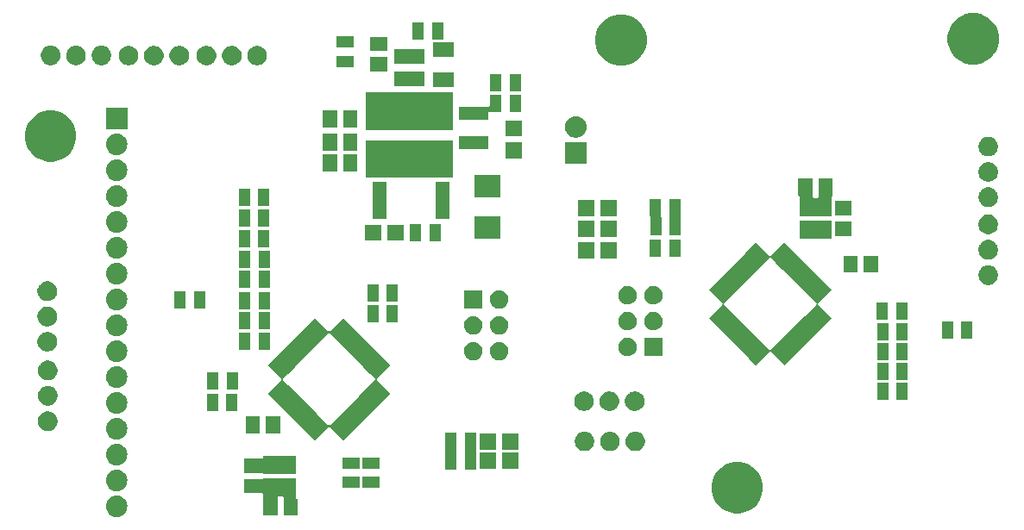
<source format=gts>
G04 #@! TF.GenerationSoftware,KiCad,Pcbnew,(5.1.4-0-10_14)*
G04 #@! TF.CreationDate,2019-11-22T04:33:24-05:00*
G04 #@! TF.ProjectId,controllerBoard,636f6e74-726f-46c6-9c65-72426f617264,rev?*
G04 #@! TF.SameCoordinates,Original*
G04 #@! TF.FileFunction,Soldermask,Top*
G04 #@! TF.FilePolarity,Negative*
%FSLAX46Y46*%
G04 Gerber Fmt 4.6, Leading zero omitted, Abs format (unit mm)*
G04 Created by KiCad (PCBNEW (5.1.4-0-10_14)) date 2019-11-22 04:33:24*
%MOMM*%
%LPD*%
G04 APERTURE LIST*
%ADD10C,0.100000*%
G04 APERTURE END LIST*
D10*
G36*
X31878707Y-99389197D02*
G01*
X31955836Y-99396793D01*
X32153762Y-99456833D01*
X32153765Y-99456834D01*
X32336170Y-99554332D01*
X32496055Y-99685545D01*
X32627268Y-99845430D01*
X32724766Y-100027835D01*
X32724767Y-100027838D01*
X32784807Y-100225764D01*
X32805080Y-100431600D01*
X32784807Y-100637436D01*
X32724767Y-100835362D01*
X32724766Y-100835365D01*
X32627268Y-101017770D01*
X32496055Y-101177655D01*
X32336170Y-101308868D01*
X32153765Y-101406366D01*
X32153762Y-101406367D01*
X31955836Y-101466407D01*
X31878707Y-101474004D01*
X31801580Y-101481600D01*
X31698420Y-101481600D01*
X31621293Y-101474004D01*
X31544164Y-101466407D01*
X31346238Y-101406367D01*
X31346235Y-101406366D01*
X31163830Y-101308868D01*
X31003945Y-101177655D01*
X30872732Y-101017770D01*
X30775234Y-100835365D01*
X30775233Y-100835362D01*
X30715193Y-100637436D01*
X30694920Y-100431600D01*
X30715193Y-100225764D01*
X30775233Y-100027838D01*
X30775234Y-100027835D01*
X30872732Y-99845430D01*
X31003945Y-99685545D01*
X31163830Y-99554332D01*
X31346235Y-99456834D01*
X31346238Y-99456833D01*
X31544164Y-99396793D01*
X31621293Y-99389197D01*
X31698420Y-99381600D01*
X31801580Y-99381600D01*
X31878707Y-99389197D01*
X31878707Y-99389197D01*
G37*
G36*
X49326600Y-99583201D02*
G01*
X49329002Y-99607587D01*
X49336115Y-99631036D01*
X49347666Y-99652647D01*
X49363211Y-99671589D01*
X49382153Y-99687134D01*
X49403764Y-99698685D01*
X49427213Y-99705798D01*
X49451599Y-99708200D01*
X49528200Y-99708200D01*
X49528200Y-101358200D01*
X48128200Y-101358200D01*
X48128200Y-99584799D01*
X48125798Y-99560413D01*
X48118685Y-99536964D01*
X48107134Y-99515353D01*
X48091589Y-99496411D01*
X48072647Y-99480866D01*
X48051036Y-99469315D01*
X48027587Y-99462202D01*
X48003201Y-99459800D01*
X47653199Y-99459800D01*
X47628813Y-99462202D01*
X47605364Y-99469315D01*
X47583753Y-99480866D01*
X47564811Y-99496411D01*
X47549266Y-99515353D01*
X47537715Y-99536964D01*
X47530602Y-99560413D01*
X47528200Y-99584799D01*
X47528200Y-101358200D01*
X46128200Y-101358200D01*
X46128200Y-99584799D01*
X46126600Y-99568555D01*
X46126600Y-99284799D01*
X46124198Y-99260413D01*
X46117085Y-99236964D01*
X46105534Y-99215353D01*
X46089989Y-99196411D01*
X46071047Y-99180866D01*
X46049436Y-99169315D01*
X46025987Y-99162202D01*
X46001601Y-99159800D01*
X44234600Y-99159800D01*
X44234600Y-97759800D01*
X46001601Y-97759800D01*
X46025987Y-97757398D01*
X46049436Y-97750285D01*
X46071047Y-97738734D01*
X46089989Y-97723189D01*
X46105534Y-97704247D01*
X46117085Y-97682636D01*
X46124012Y-97659800D01*
X49326600Y-97659800D01*
X49326600Y-99583201D01*
X49326600Y-99583201D01*
G37*
G36*
X93395452Y-96175699D02*
G01*
X93854808Y-96365971D01*
X93854810Y-96365972D01*
X93885393Y-96386407D01*
X94268219Y-96642203D01*
X94619797Y-96993781D01*
X94633529Y-97014333D01*
X94782287Y-97236964D01*
X94896029Y-97407192D01*
X95086301Y-97866548D01*
X95183300Y-98354197D01*
X95183300Y-98851403D01*
X95086301Y-99339052D01*
X94896029Y-99798408D01*
X94619797Y-100211819D01*
X94268219Y-100563397D01*
X94062917Y-100700575D01*
X93854810Y-100839628D01*
X93854809Y-100839629D01*
X93854808Y-100839629D01*
X93395452Y-101029901D01*
X92907803Y-101126900D01*
X92410597Y-101126900D01*
X91922948Y-101029901D01*
X91463592Y-100839629D01*
X91463591Y-100839629D01*
X91463590Y-100839628D01*
X91255483Y-100700575D01*
X91050181Y-100563397D01*
X90698603Y-100211819D01*
X90422371Y-99798408D01*
X90232099Y-99339052D01*
X90135100Y-98851403D01*
X90135100Y-98354197D01*
X90232099Y-97866548D01*
X90422371Y-97407192D01*
X90536114Y-97236964D01*
X90684871Y-97014333D01*
X90698603Y-96993781D01*
X91050181Y-96642203D01*
X91433007Y-96386407D01*
X91463590Y-96365972D01*
X91463592Y-96365971D01*
X91922948Y-96175699D01*
X92410597Y-96078700D01*
X92907803Y-96078700D01*
X93395452Y-96175699D01*
X93395452Y-96175699D01*
G37*
G36*
X31878707Y-96849196D02*
G01*
X31955836Y-96856793D01*
X32153762Y-96916833D01*
X32153765Y-96916834D01*
X32336170Y-97014332D01*
X32496055Y-97145545D01*
X32627268Y-97305430D01*
X32724766Y-97487835D01*
X32724767Y-97487838D01*
X32784807Y-97685764D01*
X32805080Y-97891600D01*
X32784807Y-98097436D01*
X32724767Y-98295362D01*
X32724766Y-98295365D01*
X32627268Y-98477770D01*
X32496055Y-98637655D01*
X32336170Y-98768868D01*
X32153765Y-98866366D01*
X32153762Y-98866367D01*
X31955836Y-98926407D01*
X31878707Y-98934003D01*
X31801580Y-98941600D01*
X31698420Y-98941600D01*
X31621293Y-98934003D01*
X31544164Y-98926407D01*
X31346238Y-98866367D01*
X31346235Y-98866366D01*
X31163830Y-98768868D01*
X31003945Y-98637655D01*
X30872732Y-98477770D01*
X30775234Y-98295365D01*
X30775233Y-98295362D01*
X30715193Y-98097436D01*
X30694920Y-97891600D01*
X30715193Y-97685764D01*
X30775233Y-97487838D01*
X30775234Y-97487835D01*
X30872732Y-97305430D01*
X31003945Y-97145545D01*
X31163830Y-97014332D01*
X31346235Y-96916834D01*
X31346238Y-96916833D01*
X31544164Y-96856793D01*
X31621293Y-96849196D01*
X31698420Y-96841600D01*
X31801580Y-96841600D01*
X31878707Y-96849196D01*
X31878707Y-96849196D01*
G37*
G36*
X55587000Y-98629600D02*
G01*
X53887000Y-98629600D01*
X53887000Y-97529600D01*
X55587000Y-97529600D01*
X55587000Y-98629600D01*
X55587000Y-98629600D01*
G37*
G36*
X57542800Y-98629600D02*
G01*
X55842800Y-98629600D01*
X55842800Y-97529600D01*
X57542800Y-97529600D01*
X57542800Y-98629600D01*
X57542800Y-98629600D01*
G37*
G36*
X49326600Y-97259800D02*
G01*
X46124012Y-97259800D01*
X46117085Y-97236964D01*
X46105534Y-97215353D01*
X46089989Y-97196411D01*
X46071047Y-97180866D01*
X46049436Y-97169315D01*
X46025987Y-97162202D01*
X46001601Y-97159800D01*
X44234600Y-97159800D01*
X44234600Y-95759800D01*
X46001601Y-95759800D01*
X46025987Y-95757398D01*
X46049436Y-95750285D01*
X46071047Y-95738734D01*
X46089989Y-95723189D01*
X46105534Y-95704247D01*
X46117085Y-95682636D01*
X46124198Y-95659187D01*
X46126600Y-95634801D01*
X46126600Y-95459800D01*
X49326600Y-95459800D01*
X49326600Y-97259800D01*
X49326600Y-97259800D01*
G37*
G36*
X65106600Y-96836600D02*
G01*
X64006600Y-96836600D01*
X64006600Y-93206200D01*
X65106600Y-93206200D01*
X65106600Y-96836600D01*
X65106600Y-96836600D01*
G37*
G36*
X67006600Y-96836600D02*
G01*
X65906600Y-96836600D01*
X65906600Y-93206200D01*
X67006600Y-93206200D01*
X67006600Y-96836600D01*
X67006600Y-96836600D01*
G37*
G36*
X69016600Y-96735800D02*
G01*
X67416600Y-96735800D01*
X67416600Y-95135800D01*
X69016600Y-95135800D01*
X69016600Y-96735800D01*
X69016600Y-96735800D01*
G37*
G36*
X71216600Y-96735800D02*
G01*
X69616600Y-96735800D01*
X69616600Y-95135800D01*
X71216600Y-95135800D01*
X71216600Y-96735800D01*
X71216600Y-96735800D01*
G37*
G36*
X55587000Y-96729600D02*
G01*
X53887000Y-96729600D01*
X53887000Y-95629600D01*
X55587000Y-95629600D01*
X55587000Y-96729600D01*
X55587000Y-96729600D01*
G37*
G36*
X57542800Y-96729600D02*
G01*
X55842800Y-96729600D01*
X55842800Y-95629600D01*
X57542800Y-95629600D01*
X57542800Y-96729600D01*
X57542800Y-96729600D01*
G37*
G36*
X31878707Y-94309197D02*
G01*
X31955836Y-94316793D01*
X32153762Y-94376833D01*
X32153765Y-94376834D01*
X32336170Y-94474332D01*
X32496055Y-94605545D01*
X32627268Y-94765430D01*
X32724766Y-94947835D01*
X32724767Y-94947838D01*
X32784807Y-95145764D01*
X32805080Y-95351600D01*
X32784807Y-95557436D01*
X32729811Y-95738734D01*
X32724766Y-95755365D01*
X32627268Y-95937770D01*
X32496055Y-96097655D01*
X32336170Y-96228868D01*
X32153765Y-96326366D01*
X32153762Y-96326367D01*
X31955836Y-96386407D01*
X31878707Y-96394003D01*
X31801580Y-96401600D01*
X31698420Y-96401600D01*
X31621293Y-96394003D01*
X31544164Y-96386407D01*
X31346238Y-96326367D01*
X31346235Y-96326366D01*
X31163830Y-96228868D01*
X31003945Y-96097655D01*
X30872732Y-95937770D01*
X30775234Y-95755365D01*
X30770189Y-95738734D01*
X30715193Y-95557436D01*
X30694920Y-95351600D01*
X30715193Y-95145764D01*
X30775233Y-94947838D01*
X30775234Y-94947835D01*
X30872732Y-94765430D01*
X31003945Y-94605545D01*
X31163830Y-94474332D01*
X31346235Y-94376834D01*
X31346238Y-94376833D01*
X31544164Y-94316793D01*
X31621293Y-94309197D01*
X31698420Y-94301600D01*
X31801580Y-94301600D01*
X31878707Y-94309197D01*
X31878707Y-94309197D01*
G37*
G36*
X82932204Y-93131168D02*
G01*
X83019742Y-93167428D01*
X83107278Y-93203686D01*
X83107279Y-93203687D01*
X83264837Y-93308963D01*
X83398837Y-93442963D01*
X83475470Y-93557654D01*
X83504114Y-93600522D01*
X83576632Y-93775596D01*
X83613600Y-93961450D01*
X83613600Y-94150950D01*
X83576632Y-94336804D01*
X83560051Y-94376833D01*
X83504114Y-94511878D01*
X83504113Y-94511879D01*
X83398837Y-94669437D01*
X83264837Y-94803437D01*
X83147857Y-94881600D01*
X83107278Y-94908714D01*
X83019742Y-94944972D01*
X82932204Y-94981232D01*
X82746350Y-95018200D01*
X82556850Y-95018200D01*
X82370996Y-94981232D01*
X82283458Y-94944972D01*
X82195922Y-94908714D01*
X82155343Y-94881600D01*
X82038363Y-94803437D01*
X81904363Y-94669437D01*
X81799087Y-94511879D01*
X81799086Y-94511878D01*
X81743149Y-94376833D01*
X81726568Y-94336804D01*
X81689600Y-94150950D01*
X81689600Y-93961450D01*
X81726568Y-93775596D01*
X81762828Y-93688058D01*
X81799086Y-93600522D01*
X81827730Y-93557654D01*
X81904363Y-93442963D01*
X82038363Y-93308963D01*
X82195921Y-93203687D01*
X82195922Y-93203686D01*
X82283458Y-93167428D01*
X82370996Y-93131168D01*
X82556850Y-93094200D01*
X82746350Y-93094200D01*
X82932204Y-93131168D01*
X82932204Y-93131168D01*
G37*
G36*
X80443004Y-93131168D02*
G01*
X80530542Y-93167428D01*
X80618078Y-93203686D01*
X80618079Y-93203687D01*
X80775637Y-93308963D01*
X80909637Y-93442963D01*
X80986270Y-93557654D01*
X81014914Y-93600522D01*
X81087432Y-93775596D01*
X81124400Y-93961450D01*
X81124400Y-94150950D01*
X81087432Y-94336804D01*
X81070851Y-94376833D01*
X81014914Y-94511878D01*
X81014913Y-94511879D01*
X80909637Y-94669437D01*
X80775637Y-94803437D01*
X80658657Y-94881600D01*
X80618078Y-94908714D01*
X80530542Y-94944972D01*
X80443004Y-94981232D01*
X80257150Y-95018200D01*
X80067650Y-95018200D01*
X79881796Y-94981232D01*
X79794258Y-94944972D01*
X79706722Y-94908714D01*
X79666143Y-94881600D01*
X79549163Y-94803437D01*
X79415163Y-94669437D01*
X79309887Y-94511879D01*
X79309886Y-94511878D01*
X79253949Y-94376833D01*
X79237368Y-94336804D01*
X79200400Y-94150950D01*
X79200400Y-93961450D01*
X79237368Y-93775596D01*
X79273628Y-93688058D01*
X79309886Y-93600522D01*
X79338530Y-93557654D01*
X79415163Y-93442963D01*
X79549163Y-93308963D01*
X79706721Y-93203687D01*
X79706722Y-93203686D01*
X79794258Y-93167428D01*
X79881796Y-93131168D01*
X80067650Y-93094200D01*
X80257150Y-93094200D01*
X80443004Y-93131168D01*
X80443004Y-93131168D01*
G37*
G36*
X77953804Y-93131168D02*
G01*
X78041342Y-93167428D01*
X78128878Y-93203686D01*
X78128879Y-93203687D01*
X78286437Y-93308963D01*
X78420437Y-93442963D01*
X78497070Y-93557654D01*
X78525714Y-93600522D01*
X78598232Y-93775596D01*
X78635200Y-93961450D01*
X78635200Y-94150950D01*
X78598232Y-94336804D01*
X78581651Y-94376833D01*
X78525714Y-94511878D01*
X78525713Y-94511879D01*
X78420437Y-94669437D01*
X78286437Y-94803437D01*
X78169457Y-94881600D01*
X78128878Y-94908714D01*
X78041342Y-94944972D01*
X77953804Y-94981232D01*
X77767950Y-95018200D01*
X77578450Y-95018200D01*
X77392596Y-94981232D01*
X77305058Y-94944972D01*
X77217522Y-94908714D01*
X77176943Y-94881600D01*
X77059963Y-94803437D01*
X76925963Y-94669437D01*
X76820687Y-94511879D01*
X76820686Y-94511878D01*
X76764749Y-94376833D01*
X76748168Y-94336804D01*
X76711200Y-94150950D01*
X76711200Y-93961450D01*
X76748168Y-93775596D01*
X76784428Y-93688058D01*
X76820686Y-93600522D01*
X76849330Y-93557654D01*
X76925963Y-93442963D01*
X77059963Y-93308963D01*
X77217521Y-93203687D01*
X77217522Y-93203686D01*
X77305058Y-93167428D01*
X77392596Y-93131168D01*
X77578450Y-93094200D01*
X77767950Y-93094200D01*
X77953804Y-93131168D01*
X77953804Y-93131168D01*
G37*
G36*
X71216600Y-94881600D02*
G01*
X69616600Y-94881600D01*
X69616600Y-93281600D01*
X71216600Y-93281600D01*
X71216600Y-94881600D01*
X71216600Y-94881600D01*
G37*
G36*
X69016600Y-94881600D02*
G01*
X67416600Y-94881600D01*
X67416600Y-93281600D01*
X69016600Y-93281600D01*
X69016600Y-94881600D01*
X69016600Y-94881600D01*
G37*
G36*
X54671688Y-82603866D02*
G01*
X54671688Y-82603867D01*
X55131307Y-83063486D01*
X55131307Y-83063485D01*
X57500115Y-85432293D01*
X57500115Y-85432294D01*
X57959734Y-85891913D01*
X57959734Y-85891912D01*
X58631486Y-86563664D01*
X57323332Y-87871818D01*
X57307792Y-87890754D01*
X57296241Y-87912365D01*
X57289128Y-87935814D01*
X57286726Y-87960200D01*
X57289128Y-87984586D01*
X57296241Y-88008035D01*
X57307792Y-88029646D01*
X57323332Y-88048582D01*
X58631486Y-89356736D01*
X53999936Y-93988286D01*
X52691782Y-92680132D01*
X52672846Y-92664592D01*
X52651235Y-92653041D01*
X52627786Y-92645928D01*
X52603400Y-92643526D01*
X52579014Y-92645928D01*
X52555565Y-92653041D01*
X52533954Y-92664592D01*
X52515018Y-92680132D01*
X51206864Y-93988286D01*
X50535112Y-93316534D01*
X50535113Y-93316534D01*
X50075494Y-92856915D01*
X50075493Y-92856915D01*
X47706685Y-90488107D01*
X47706686Y-90488107D01*
X47247067Y-90028488D01*
X47247066Y-90028488D01*
X46575314Y-89356736D01*
X47883468Y-88048582D01*
X47899008Y-88029646D01*
X47910559Y-88008035D01*
X47917672Y-87984586D01*
X47920074Y-87960200D01*
X48058982Y-87960200D01*
X48061384Y-87984586D01*
X48068497Y-88008035D01*
X48080048Y-88029646D01*
X48095588Y-88048582D01*
X48555214Y-88508208D01*
X48555214Y-88508207D01*
X49226966Y-89179959D01*
X49226966Y-89179960D01*
X51383641Y-91336635D01*
X51383641Y-91336634D01*
X52055393Y-92008386D01*
X52055393Y-92008387D01*
X52515018Y-92468012D01*
X52533954Y-92483552D01*
X52555565Y-92495103D01*
X52579014Y-92502216D01*
X52603400Y-92504618D01*
X52627786Y-92502216D01*
X52651235Y-92495103D01*
X52672846Y-92483552D01*
X52691782Y-92468012D01*
X53151408Y-92008387D01*
X53151407Y-92008386D01*
X53823159Y-91336634D01*
X53823160Y-91336635D01*
X53911537Y-91248257D01*
X55520216Y-89639578D01*
X55979835Y-89179960D01*
X55979834Y-89179959D01*
X56651586Y-88508207D01*
X56651587Y-88508208D01*
X56739964Y-88419830D01*
X57111212Y-88048582D01*
X57126752Y-88029646D01*
X57138303Y-88008035D01*
X57145416Y-87984586D01*
X57147818Y-87960200D01*
X57145416Y-87935814D01*
X57138303Y-87912365D01*
X57126752Y-87890754D01*
X57111212Y-87871818D01*
X56651587Y-87412193D01*
X56651586Y-87412193D01*
X55979834Y-86740441D01*
X55979835Y-86740441D01*
X53823160Y-84583766D01*
X53823159Y-84583766D01*
X53151407Y-83912014D01*
X53151408Y-83912014D01*
X52691782Y-83452388D01*
X52672846Y-83436848D01*
X52651235Y-83425297D01*
X52627786Y-83418184D01*
X52603400Y-83415782D01*
X52579014Y-83418184D01*
X52555565Y-83425297D01*
X52533954Y-83436848D01*
X52515018Y-83452388D01*
X52055393Y-83912014D01*
X51383641Y-84583766D01*
X50817955Y-85149451D01*
X49686584Y-86280822D01*
X49226966Y-86740441D01*
X48555214Y-87412193D01*
X48095588Y-87871818D01*
X48080048Y-87890754D01*
X48068497Y-87912365D01*
X48061384Y-87935814D01*
X48058982Y-87960200D01*
X47920074Y-87960200D01*
X47917672Y-87935814D01*
X47910559Y-87912365D01*
X47899008Y-87890754D01*
X47883468Y-87871818D01*
X46575314Y-86563664D01*
X47247066Y-85891912D01*
X47247067Y-85891913D01*
X47335444Y-85803535D01*
X47706686Y-85432294D01*
X47706685Y-85432293D01*
X50075493Y-83063485D01*
X50075494Y-83063486D01*
X50163871Y-82975108D01*
X50535113Y-82603867D01*
X50535112Y-82603866D01*
X51206864Y-81932114D01*
X52515018Y-83240268D01*
X52533954Y-83255808D01*
X52555565Y-83267359D01*
X52579014Y-83274472D01*
X52603400Y-83276874D01*
X52627786Y-83274472D01*
X52651235Y-83267359D01*
X52672846Y-83255808D01*
X52691782Y-83240268D01*
X53999936Y-81932114D01*
X54671688Y-82603866D01*
X54671688Y-82603866D01*
G37*
G36*
X31878707Y-91769196D02*
G01*
X31955836Y-91776793D01*
X32153762Y-91836833D01*
X32153765Y-91836834D01*
X32336170Y-91934332D01*
X32496055Y-92065545D01*
X32627268Y-92225430D01*
X32724766Y-92407835D01*
X32724767Y-92407838D01*
X32784807Y-92605764D01*
X32805080Y-92811600D01*
X32784807Y-93017436D01*
X32727546Y-93206200D01*
X32724766Y-93215365D01*
X32627268Y-93397770D01*
X32496055Y-93557655D01*
X32336170Y-93688868D01*
X32153765Y-93786366D01*
X32153762Y-93786367D01*
X31955836Y-93846407D01*
X31878707Y-93854003D01*
X31801580Y-93861600D01*
X31698420Y-93861600D01*
X31621293Y-93854003D01*
X31544164Y-93846407D01*
X31346238Y-93786367D01*
X31346235Y-93786366D01*
X31163830Y-93688868D01*
X31003945Y-93557655D01*
X30872732Y-93397770D01*
X30775234Y-93215365D01*
X30772454Y-93206200D01*
X30715193Y-93017436D01*
X30694920Y-92811600D01*
X30715193Y-92605764D01*
X30775233Y-92407838D01*
X30775234Y-92407835D01*
X30872732Y-92225430D01*
X31003945Y-92065545D01*
X31163830Y-91934332D01*
X31346235Y-91836834D01*
X31346238Y-91836833D01*
X31544164Y-91776793D01*
X31621293Y-91769196D01*
X31698420Y-91761600D01*
X31801580Y-91761600D01*
X31878707Y-91769196D01*
X31878707Y-91769196D01*
G37*
G36*
X45801000Y-93281000D02*
G01*
X44401000Y-93281000D01*
X44401000Y-91631000D01*
X45801000Y-91631000D01*
X45801000Y-93281000D01*
X45801000Y-93281000D01*
G37*
G36*
X47801000Y-93281000D02*
G01*
X46401000Y-93281000D01*
X46401000Y-91631000D01*
X47801000Y-91631000D01*
X47801000Y-93281000D01*
X47801000Y-93281000D01*
G37*
G36*
X25274204Y-91149968D02*
G01*
X25361742Y-91186228D01*
X25449278Y-91222486D01*
X25449279Y-91222487D01*
X25606837Y-91327763D01*
X25740837Y-91461763D01*
X25828607Y-91593121D01*
X25846114Y-91619322D01*
X25850951Y-91631000D01*
X25918632Y-91794396D01*
X25955600Y-91980250D01*
X25955600Y-92169750D01*
X25918632Y-92355604D01*
X25896997Y-92407835D01*
X25846114Y-92530678D01*
X25846113Y-92530679D01*
X25740837Y-92688237D01*
X25606837Y-92822237D01*
X25475479Y-92910007D01*
X25449278Y-92927514D01*
X25274204Y-93000032D01*
X25088350Y-93037000D01*
X24898850Y-93037000D01*
X24712996Y-93000032D01*
X24537922Y-92927514D01*
X24511721Y-92910007D01*
X24380363Y-92822237D01*
X24246363Y-92688237D01*
X24141087Y-92530679D01*
X24141086Y-92530678D01*
X24090203Y-92407835D01*
X24068568Y-92355604D01*
X24031600Y-92169750D01*
X24031600Y-91980250D01*
X24068568Y-91794396D01*
X24136249Y-91631000D01*
X24141086Y-91619322D01*
X24158593Y-91593121D01*
X24246363Y-91461763D01*
X24380363Y-91327763D01*
X24537921Y-91222487D01*
X24537922Y-91222486D01*
X24625458Y-91186228D01*
X24712996Y-91149968D01*
X24898850Y-91113000D01*
X25088350Y-91113000D01*
X25274204Y-91149968D01*
X25274204Y-91149968D01*
G37*
G36*
X31878707Y-89229197D02*
G01*
X31955836Y-89236793D01*
X32153762Y-89296833D01*
X32153765Y-89296834D01*
X32336170Y-89394332D01*
X32496055Y-89525545D01*
X32627268Y-89685430D01*
X32724766Y-89867835D01*
X32724767Y-89867838D01*
X32784807Y-90065764D01*
X32805080Y-90271600D01*
X32784807Y-90477436D01*
X32774676Y-90510832D01*
X32724766Y-90675365D01*
X32627268Y-90857770D01*
X32496055Y-91017655D01*
X32336170Y-91148868D01*
X32153765Y-91246366D01*
X32153762Y-91246367D01*
X31955836Y-91306407D01*
X31878707Y-91314004D01*
X31801580Y-91321600D01*
X31698420Y-91321600D01*
X31621293Y-91314004D01*
X31544164Y-91306407D01*
X31346238Y-91246367D01*
X31346235Y-91246366D01*
X31163830Y-91148868D01*
X31003945Y-91017655D01*
X30872732Y-90857770D01*
X30775234Y-90675365D01*
X30725324Y-90510832D01*
X30715193Y-90477436D01*
X30694920Y-90271600D01*
X30715193Y-90065764D01*
X30775233Y-89867838D01*
X30775234Y-89867835D01*
X30872732Y-89685430D01*
X31003945Y-89525545D01*
X31163830Y-89394332D01*
X31346235Y-89296834D01*
X31346238Y-89296833D01*
X31544164Y-89236793D01*
X31621293Y-89229197D01*
X31698420Y-89221600D01*
X31801580Y-89221600D01*
X31878707Y-89229197D01*
X31878707Y-89229197D01*
G37*
G36*
X41713200Y-91096200D02*
G01*
X40613200Y-91096200D01*
X40613200Y-89396200D01*
X41713200Y-89396200D01*
X41713200Y-91096200D01*
X41713200Y-91096200D01*
G37*
G36*
X43613200Y-91096200D02*
G01*
X42513200Y-91096200D01*
X42513200Y-89396200D01*
X43613200Y-89396200D01*
X43613200Y-91096200D01*
X43613200Y-91096200D01*
G37*
G36*
X77903004Y-89194168D02*
G01*
X77969230Y-89221600D01*
X78078078Y-89266686D01*
X78080556Y-89268342D01*
X78235637Y-89371963D01*
X78369637Y-89505963D01*
X78457407Y-89637321D01*
X78474914Y-89663522D01*
X78508930Y-89745645D01*
X78547432Y-89838596D01*
X78584400Y-90024450D01*
X78584400Y-90213950D01*
X78547432Y-90399804D01*
X78474914Y-90574878D01*
X78474913Y-90574879D01*
X78369637Y-90732437D01*
X78235637Y-90866437D01*
X78104279Y-90954207D01*
X78078078Y-90971714D01*
X77903004Y-91044232D01*
X77717150Y-91081200D01*
X77527650Y-91081200D01*
X77341796Y-91044232D01*
X77254258Y-91007972D01*
X77166722Y-90971714D01*
X77140521Y-90954207D01*
X77009163Y-90866437D01*
X76875163Y-90732437D01*
X76769887Y-90574879D01*
X76769886Y-90574878D01*
X76733628Y-90487342D01*
X76697368Y-90399804D01*
X76660400Y-90213950D01*
X76660400Y-90024450D01*
X76697368Y-89838596D01*
X76735870Y-89745645D01*
X76769886Y-89663522D01*
X76787393Y-89637321D01*
X76875163Y-89505963D01*
X77009163Y-89371963D01*
X77164244Y-89268342D01*
X77166722Y-89266686D01*
X77275570Y-89221600D01*
X77341796Y-89194168D01*
X77527650Y-89157200D01*
X77717150Y-89157200D01*
X77903004Y-89194168D01*
X77903004Y-89194168D01*
G37*
G36*
X80392204Y-89194168D02*
G01*
X80458430Y-89221600D01*
X80567278Y-89266686D01*
X80569756Y-89268342D01*
X80724837Y-89371963D01*
X80858837Y-89505963D01*
X80946607Y-89637321D01*
X80964114Y-89663522D01*
X80998130Y-89745645D01*
X81036632Y-89838596D01*
X81073600Y-90024450D01*
X81073600Y-90213950D01*
X81036632Y-90399804D01*
X80964114Y-90574878D01*
X80964113Y-90574879D01*
X80858837Y-90732437D01*
X80724837Y-90866437D01*
X80593479Y-90954207D01*
X80567278Y-90971714D01*
X80392204Y-91044232D01*
X80206350Y-91081200D01*
X80016850Y-91081200D01*
X79830996Y-91044232D01*
X79743458Y-91007972D01*
X79655922Y-90971714D01*
X79629721Y-90954207D01*
X79498363Y-90866437D01*
X79364363Y-90732437D01*
X79259087Y-90574879D01*
X79259086Y-90574878D01*
X79222828Y-90487342D01*
X79186568Y-90399804D01*
X79149600Y-90213950D01*
X79149600Y-90024450D01*
X79186568Y-89838596D01*
X79225070Y-89745645D01*
X79259086Y-89663522D01*
X79276593Y-89637321D01*
X79364363Y-89505963D01*
X79498363Y-89371963D01*
X79653444Y-89268342D01*
X79655922Y-89266686D01*
X79764770Y-89221600D01*
X79830996Y-89194168D01*
X80016850Y-89157200D01*
X80206350Y-89157200D01*
X80392204Y-89194168D01*
X80392204Y-89194168D01*
G37*
G36*
X82881404Y-89194168D02*
G01*
X82947630Y-89221600D01*
X83056478Y-89266686D01*
X83058956Y-89268342D01*
X83214037Y-89371963D01*
X83348037Y-89505963D01*
X83435807Y-89637321D01*
X83453314Y-89663522D01*
X83487330Y-89745645D01*
X83525832Y-89838596D01*
X83562800Y-90024450D01*
X83562800Y-90213950D01*
X83525832Y-90399804D01*
X83453314Y-90574878D01*
X83453313Y-90574879D01*
X83348037Y-90732437D01*
X83214037Y-90866437D01*
X83082679Y-90954207D01*
X83056478Y-90971714D01*
X82881404Y-91044232D01*
X82695550Y-91081200D01*
X82506050Y-91081200D01*
X82320196Y-91044232D01*
X82232658Y-91007972D01*
X82145122Y-90971714D01*
X82118921Y-90954207D01*
X81987563Y-90866437D01*
X81853563Y-90732437D01*
X81748287Y-90574879D01*
X81748286Y-90574878D01*
X81712028Y-90487342D01*
X81675768Y-90399804D01*
X81638800Y-90213950D01*
X81638800Y-90024450D01*
X81675768Y-89838596D01*
X81714270Y-89745645D01*
X81748286Y-89663522D01*
X81765793Y-89637321D01*
X81853563Y-89505963D01*
X81987563Y-89371963D01*
X82142644Y-89268342D01*
X82145122Y-89266686D01*
X82253970Y-89221600D01*
X82320196Y-89194168D01*
X82506050Y-89157200D01*
X82695550Y-89157200D01*
X82881404Y-89194168D01*
X82881404Y-89194168D01*
G37*
G36*
X25274204Y-88660768D02*
G01*
X25361742Y-88697028D01*
X25449278Y-88733286D01*
X25449279Y-88733287D01*
X25606837Y-88838563D01*
X25740837Y-88972563D01*
X25808543Y-89073893D01*
X25846114Y-89130122D01*
X25857330Y-89157200D01*
X25918632Y-89305196D01*
X25955600Y-89491050D01*
X25955600Y-89680550D01*
X25918632Y-89866404D01*
X25895429Y-89922421D01*
X25846114Y-90041478D01*
X25846113Y-90041479D01*
X25740837Y-90199037D01*
X25606837Y-90333037D01*
X25475479Y-90420807D01*
X25449278Y-90438314D01*
X25361742Y-90474572D01*
X25274204Y-90510832D01*
X25088350Y-90547800D01*
X24898850Y-90547800D01*
X24712996Y-90510832D01*
X24625458Y-90474572D01*
X24537922Y-90438314D01*
X24511721Y-90420807D01*
X24380363Y-90333037D01*
X24246363Y-90199037D01*
X24141087Y-90041479D01*
X24141086Y-90041478D01*
X24091771Y-89922421D01*
X24068568Y-89866404D01*
X24031600Y-89680550D01*
X24031600Y-89491050D01*
X24068568Y-89305196D01*
X24129870Y-89157200D01*
X24141086Y-89130122D01*
X24178657Y-89073893D01*
X24246363Y-88972563D01*
X24380363Y-88838563D01*
X24537921Y-88733287D01*
X24537922Y-88733286D01*
X24625458Y-88697028D01*
X24712996Y-88660768D01*
X24898850Y-88623800D01*
X25088350Y-88623800D01*
X25274204Y-88660768D01*
X25274204Y-88660768D01*
G37*
G36*
X107473800Y-90004000D02*
G01*
X106373800Y-90004000D01*
X106373800Y-88304000D01*
X107473800Y-88304000D01*
X107473800Y-90004000D01*
X107473800Y-90004000D01*
G37*
G36*
X109373800Y-90004000D02*
G01*
X108273800Y-90004000D01*
X108273800Y-88304000D01*
X109373800Y-88304000D01*
X109373800Y-90004000D01*
X109373800Y-90004000D01*
G37*
G36*
X41764000Y-88988000D02*
G01*
X40664000Y-88988000D01*
X40664000Y-87288000D01*
X41764000Y-87288000D01*
X41764000Y-88988000D01*
X41764000Y-88988000D01*
G37*
G36*
X43664000Y-88988000D02*
G01*
X42564000Y-88988000D01*
X42564000Y-87288000D01*
X43664000Y-87288000D01*
X43664000Y-88988000D01*
X43664000Y-88988000D01*
G37*
G36*
X31878707Y-86689196D02*
G01*
X31955836Y-86696793D01*
X32153762Y-86756833D01*
X32153765Y-86756834D01*
X32336170Y-86854332D01*
X32496055Y-86985545D01*
X32627268Y-87145430D01*
X32724766Y-87327835D01*
X32724767Y-87327838D01*
X32784807Y-87525764D01*
X32805080Y-87731600D01*
X32784807Y-87937436D01*
X32748052Y-88058600D01*
X32724766Y-88135365D01*
X32627268Y-88317770D01*
X32496055Y-88477655D01*
X32336170Y-88608868D01*
X32153765Y-88706366D01*
X32153762Y-88706367D01*
X31955836Y-88766407D01*
X31878707Y-88774003D01*
X31801580Y-88781600D01*
X31698420Y-88781600D01*
X31621293Y-88774003D01*
X31544164Y-88766407D01*
X31346238Y-88706367D01*
X31346235Y-88706366D01*
X31163830Y-88608868D01*
X31003945Y-88477655D01*
X30872732Y-88317770D01*
X30775234Y-88135365D01*
X30751948Y-88058600D01*
X30715193Y-87937436D01*
X30694920Y-87731600D01*
X30715193Y-87525764D01*
X30775233Y-87327838D01*
X30775234Y-87327835D01*
X30872732Y-87145430D01*
X31003945Y-86985545D01*
X31163830Y-86854332D01*
X31346235Y-86756834D01*
X31346238Y-86756833D01*
X31544164Y-86696793D01*
X31621293Y-86689196D01*
X31698420Y-86681600D01*
X31801580Y-86681600D01*
X31878707Y-86689196D01*
X31878707Y-86689196D01*
G37*
G36*
X25274204Y-86171568D02*
G01*
X25361742Y-86207828D01*
X25449278Y-86244086D01*
X25449279Y-86244087D01*
X25606837Y-86349363D01*
X25740837Y-86483363D01*
X25803727Y-86577486D01*
X25846114Y-86640922D01*
X25850727Y-86652059D01*
X25918632Y-86815996D01*
X25955600Y-87001850D01*
X25955600Y-87191350D01*
X25918632Y-87377204D01*
X25904139Y-87412193D01*
X25846114Y-87552278D01*
X25846113Y-87552279D01*
X25740837Y-87709837D01*
X25606837Y-87843837D01*
X25475479Y-87931607D01*
X25449278Y-87949114D01*
X25379835Y-87977878D01*
X25274204Y-88021632D01*
X25088350Y-88058600D01*
X24898850Y-88058600D01*
X24712996Y-88021632D01*
X24607365Y-87977878D01*
X24537922Y-87949114D01*
X24511721Y-87931607D01*
X24380363Y-87843837D01*
X24246363Y-87709837D01*
X24141087Y-87552279D01*
X24141086Y-87552278D01*
X24083061Y-87412193D01*
X24068568Y-87377204D01*
X24031600Y-87191350D01*
X24031600Y-87001850D01*
X24068568Y-86815996D01*
X24136473Y-86652059D01*
X24141086Y-86640922D01*
X24183473Y-86577486D01*
X24246363Y-86483363D01*
X24380363Y-86349363D01*
X24537921Y-86244087D01*
X24537922Y-86244086D01*
X24625458Y-86207828D01*
X24712996Y-86171568D01*
X24898850Y-86134600D01*
X25088350Y-86134600D01*
X25274204Y-86171568D01*
X25274204Y-86171568D01*
G37*
G36*
X107473800Y-88048200D02*
G01*
X106373800Y-88048200D01*
X106373800Y-86348200D01*
X107473800Y-86348200D01*
X107473800Y-88048200D01*
X107473800Y-88048200D01*
G37*
G36*
X109373800Y-88048200D02*
G01*
X108273800Y-88048200D01*
X108273800Y-86348200D01*
X109373800Y-86348200D01*
X109373800Y-88048200D01*
X109373800Y-88048200D01*
G37*
G36*
X97970488Y-75193066D02*
G01*
X97970488Y-75193067D01*
X98430107Y-75652686D01*
X98430107Y-75652685D01*
X100798915Y-78021493D01*
X100798915Y-78021494D01*
X101258534Y-78481113D01*
X101258534Y-78481112D01*
X101930286Y-79152864D01*
X100622132Y-80461018D01*
X100606592Y-80479954D01*
X100595041Y-80501565D01*
X100587928Y-80525014D01*
X100585526Y-80549400D01*
X100587928Y-80573786D01*
X100595041Y-80597235D01*
X100606592Y-80618846D01*
X100622132Y-80637782D01*
X101930286Y-81945936D01*
X97298736Y-86577486D01*
X95990582Y-85269332D01*
X95971646Y-85253792D01*
X95950035Y-85242241D01*
X95926586Y-85235128D01*
X95902200Y-85232726D01*
X95877814Y-85235128D01*
X95854365Y-85242241D01*
X95832754Y-85253792D01*
X95813818Y-85269332D01*
X94505664Y-86577486D01*
X93833912Y-85905734D01*
X93833913Y-85905734D01*
X93374294Y-85446115D01*
X93374293Y-85446115D01*
X91005485Y-83077307D01*
X91005486Y-83077307D01*
X90545867Y-82617688D01*
X90545866Y-82617688D01*
X89874114Y-81945936D01*
X91182268Y-80637782D01*
X91197808Y-80618846D01*
X91209359Y-80597235D01*
X91216472Y-80573786D01*
X91218874Y-80549400D01*
X91357782Y-80549400D01*
X91360184Y-80573786D01*
X91367297Y-80597235D01*
X91378848Y-80618846D01*
X91394388Y-80637782D01*
X91854014Y-81097408D01*
X91854014Y-81097407D01*
X92525766Y-81769159D01*
X92525766Y-81769160D01*
X94682441Y-83925835D01*
X94682441Y-83925834D01*
X95354193Y-84597586D01*
X95354193Y-84597587D01*
X95813818Y-85057212D01*
X95832754Y-85072752D01*
X95854365Y-85084303D01*
X95877814Y-85091416D01*
X95902200Y-85093818D01*
X95926586Y-85091416D01*
X95950035Y-85084303D01*
X95971646Y-85072752D01*
X95990582Y-85057212D01*
X96450208Y-84597587D01*
X96450207Y-84597586D01*
X97121959Y-83925834D01*
X97121960Y-83925835D01*
X97210337Y-83837457D01*
X98819016Y-82228778D01*
X99278635Y-81769160D01*
X99278634Y-81769159D01*
X99950386Y-81097407D01*
X99950387Y-81097408D01*
X100038764Y-81009030D01*
X100410012Y-80637782D01*
X100425552Y-80618846D01*
X100437103Y-80597235D01*
X100444216Y-80573786D01*
X100446618Y-80549400D01*
X100444216Y-80525014D01*
X100437103Y-80501565D01*
X100425552Y-80479954D01*
X100410012Y-80461018D01*
X99950387Y-80001393D01*
X99950386Y-80001393D01*
X99278634Y-79329641D01*
X99278635Y-79329641D01*
X97121960Y-77172966D01*
X97121959Y-77172966D01*
X96450207Y-76501214D01*
X96450208Y-76501214D01*
X95990582Y-76041588D01*
X95971646Y-76026048D01*
X95950035Y-76014497D01*
X95926586Y-76007384D01*
X95902200Y-76004982D01*
X95877814Y-76007384D01*
X95854365Y-76014497D01*
X95832754Y-76026048D01*
X95813818Y-76041588D01*
X95354193Y-76501214D01*
X94682441Y-77172966D01*
X94116755Y-77738651D01*
X92985384Y-78870022D01*
X92525766Y-79329641D01*
X91854014Y-80001393D01*
X91394388Y-80461018D01*
X91378848Y-80479954D01*
X91367297Y-80501565D01*
X91360184Y-80525014D01*
X91357782Y-80549400D01*
X91218874Y-80549400D01*
X91216472Y-80525014D01*
X91209359Y-80501565D01*
X91197808Y-80479954D01*
X91182268Y-80461018D01*
X89874114Y-79152864D01*
X90545866Y-78481112D01*
X90545867Y-78481113D01*
X90634244Y-78392735D01*
X91005486Y-78021494D01*
X91005485Y-78021493D01*
X93374293Y-75652685D01*
X93374294Y-75652686D01*
X93462671Y-75564308D01*
X93833913Y-75193067D01*
X93833912Y-75193066D01*
X94505664Y-74521314D01*
X95813818Y-75829468D01*
X95832754Y-75845008D01*
X95854365Y-75856559D01*
X95877814Y-75863672D01*
X95902200Y-75866074D01*
X95926586Y-75863672D01*
X95950035Y-75856559D01*
X95971646Y-75845008D01*
X95990582Y-75829468D01*
X97298736Y-74521314D01*
X97970488Y-75193066D01*
X97970488Y-75193066D01*
G37*
G36*
X31878707Y-84149197D02*
G01*
X31955836Y-84156793D01*
X32153762Y-84216833D01*
X32153765Y-84216834D01*
X32336170Y-84314332D01*
X32496055Y-84445545D01*
X32627268Y-84605430D01*
X32724766Y-84787835D01*
X32724767Y-84787838D01*
X32784807Y-84985764D01*
X32805080Y-85191600D01*
X32784807Y-85397436D01*
X32728587Y-85582770D01*
X32724766Y-85595365D01*
X32627268Y-85777770D01*
X32496055Y-85937655D01*
X32336170Y-86068868D01*
X32153765Y-86166366D01*
X32153762Y-86166367D01*
X31955836Y-86226407D01*
X31878707Y-86234004D01*
X31801580Y-86241600D01*
X31698420Y-86241600D01*
X31621293Y-86234004D01*
X31544164Y-86226407D01*
X31346238Y-86166367D01*
X31346235Y-86166366D01*
X31163830Y-86068868D01*
X31003945Y-85937655D01*
X30872732Y-85777770D01*
X30775234Y-85595365D01*
X30771413Y-85582770D01*
X30715193Y-85397436D01*
X30694920Y-85191600D01*
X30715193Y-84985764D01*
X30775233Y-84787838D01*
X30775234Y-84787835D01*
X30872732Y-84605430D01*
X31003945Y-84445545D01*
X31163830Y-84314332D01*
X31346235Y-84216834D01*
X31346238Y-84216833D01*
X31544164Y-84156793D01*
X31621293Y-84149197D01*
X31698420Y-84141600D01*
X31801580Y-84141600D01*
X31878707Y-84149197D01*
X31878707Y-84149197D01*
G37*
G36*
X69553720Y-84326186D02*
G01*
X69632680Y-84358892D01*
X69717510Y-84394030D01*
X69864917Y-84492524D01*
X69990276Y-84617883D01*
X70088770Y-84765290D01*
X70088771Y-84765292D01*
X70156614Y-84929080D01*
X70191200Y-85102956D01*
X70191200Y-85280244D01*
X70156614Y-85454120D01*
X70098109Y-85595365D01*
X70088770Y-85617910D01*
X69990276Y-85765317D01*
X69864917Y-85890676D01*
X69717510Y-85989170D01*
X69717509Y-85989171D01*
X69717508Y-85989171D01*
X69553720Y-86057014D01*
X69379844Y-86091600D01*
X69202556Y-86091600D01*
X69028680Y-86057014D01*
X68864892Y-85989171D01*
X68864891Y-85989171D01*
X68864890Y-85989170D01*
X68717483Y-85890676D01*
X68592124Y-85765317D01*
X68493630Y-85617910D01*
X68484292Y-85595365D01*
X68425786Y-85454120D01*
X68391200Y-85280244D01*
X68391200Y-85102956D01*
X68425786Y-84929080D01*
X68493629Y-84765292D01*
X68493630Y-84765290D01*
X68592124Y-84617883D01*
X68717483Y-84492524D01*
X68864890Y-84394030D01*
X68949721Y-84358892D01*
X69028680Y-84326186D01*
X69202556Y-84291600D01*
X69379844Y-84291600D01*
X69553720Y-84326186D01*
X69553720Y-84326186D01*
G37*
G36*
X67013720Y-84326186D02*
G01*
X67092680Y-84358892D01*
X67177510Y-84394030D01*
X67324917Y-84492524D01*
X67450276Y-84617883D01*
X67548770Y-84765290D01*
X67548771Y-84765292D01*
X67616614Y-84929080D01*
X67651200Y-85102956D01*
X67651200Y-85280244D01*
X67616614Y-85454120D01*
X67558109Y-85595365D01*
X67548770Y-85617910D01*
X67450276Y-85765317D01*
X67324917Y-85890676D01*
X67177510Y-85989170D01*
X67177509Y-85989171D01*
X67177508Y-85989171D01*
X67013720Y-86057014D01*
X66839844Y-86091600D01*
X66662556Y-86091600D01*
X66488680Y-86057014D01*
X66324892Y-85989171D01*
X66324891Y-85989171D01*
X66324890Y-85989170D01*
X66177483Y-85890676D01*
X66052124Y-85765317D01*
X65953630Y-85617910D01*
X65944292Y-85595365D01*
X65885786Y-85454120D01*
X65851200Y-85280244D01*
X65851200Y-85102956D01*
X65885786Y-84929080D01*
X65953629Y-84765292D01*
X65953630Y-84765290D01*
X66052124Y-84617883D01*
X66177483Y-84492524D01*
X66324890Y-84394030D01*
X66409721Y-84358892D01*
X66488680Y-84326186D01*
X66662556Y-84291600D01*
X66839844Y-84291600D01*
X67013720Y-84326186D01*
X67013720Y-84326186D01*
G37*
G36*
X109373800Y-86067000D02*
G01*
X108273800Y-86067000D01*
X108273800Y-84367000D01*
X109373800Y-84367000D01*
X109373800Y-86067000D01*
X109373800Y-86067000D01*
G37*
G36*
X107473800Y-86067000D02*
G01*
X106373800Y-86067000D01*
X106373800Y-84367000D01*
X107473800Y-84367000D01*
X107473800Y-86067000D01*
X107473800Y-86067000D01*
G37*
G36*
X85329600Y-85685200D02*
G01*
X83529600Y-85685200D01*
X83529600Y-83885200D01*
X85329600Y-83885200D01*
X85329600Y-85685200D01*
X85329600Y-85685200D01*
G37*
G36*
X82152120Y-83919786D02*
G01*
X82307630Y-83984200D01*
X82315910Y-83987630D01*
X82463317Y-84086124D01*
X82588676Y-84211483D01*
X82665318Y-84326186D01*
X82687171Y-84358892D01*
X82755014Y-84522680D01*
X82789600Y-84696556D01*
X82789600Y-84873844D01*
X82755014Y-85047720D01*
X82691014Y-85202231D01*
X82687170Y-85211510D01*
X82588676Y-85358917D01*
X82463317Y-85484276D01*
X82315910Y-85582770D01*
X82315909Y-85582771D01*
X82315908Y-85582771D01*
X82152120Y-85650614D01*
X81978244Y-85685200D01*
X81800956Y-85685200D01*
X81627080Y-85650614D01*
X81463292Y-85582771D01*
X81463291Y-85582771D01*
X81463290Y-85582770D01*
X81315883Y-85484276D01*
X81190524Y-85358917D01*
X81092030Y-85211510D01*
X81088187Y-85202231D01*
X81024186Y-85047720D01*
X80989600Y-84873844D01*
X80989600Y-84696556D01*
X81024186Y-84522680D01*
X81092029Y-84358892D01*
X81113882Y-84326186D01*
X81190524Y-84211483D01*
X81315883Y-84086124D01*
X81463290Y-83987630D01*
X81471571Y-83984200D01*
X81627080Y-83919786D01*
X81800956Y-83885200D01*
X81978244Y-83885200D01*
X82152120Y-83919786D01*
X82152120Y-83919786D01*
G37*
G36*
X25223404Y-83352168D02*
G01*
X25310942Y-83388428D01*
X25398478Y-83424686D01*
X25424679Y-83442193D01*
X25556037Y-83529963D01*
X25690037Y-83663963D01*
X25777807Y-83795321D01*
X25795314Y-83821522D01*
X25801914Y-83837457D01*
X25867832Y-83996596D01*
X25904800Y-84182450D01*
X25904800Y-84371950D01*
X25867832Y-84557804D01*
X25842946Y-84617883D01*
X25795314Y-84732878D01*
X25795313Y-84732879D01*
X25690037Y-84890437D01*
X25556037Y-85024437D01*
X25452200Y-85093818D01*
X25398478Y-85129714D01*
X25350828Y-85149451D01*
X25223404Y-85202232D01*
X25037550Y-85239200D01*
X24848050Y-85239200D01*
X24662196Y-85202232D01*
X24534772Y-85149451D01*
X24487122Y-85129714D01*
X24433400Y-85093818D01*
X24329563Y-85024437D01*
X24195563Y-84890437D01*
X24090287Y-84732879D01*
X24090286Y-84732878D01*
X24042654Y-84617883D01*
X24017768Y-84557804D01*
X23980800Y-84371950D01*
X23980800Y-84182450D01*
X24017768Y-83996596D01*
X24083686Y-83837457D01*
X24090286Y-83821522D01*
X24107793Y-83795321D01*
X24195563Y-83663963D01*
X24329563Y-83529963D01*
X24460921Y-83442193D01*
X24487122Y-83424686D01*
X24574658Y-83388428D01*
X24662196Y-83352168D01*
X24848050Y-83315200D01*
X25037550Y-83315200D01*
X25223404Y-83352168D01*
X25223404Y-83352168D01*
G37*
G36*
X46788200Y-85101800D02*
G01*
X45688200Y-85101800D01*
X45688200Y-83401800D01*
X46788200Y-83401800D01*
X46788200Y-85101800D01*
X46788200Y-85101800D01*
G37*
G36*
X44888200Y-85101800D02*
G01*
X43788200Y-85101800D01*
X43788200Y-83401800D01*
X44888200Y-83401800D01*
X44888200Y-85101800D01*
X44888200Y-85101800D01*
G37*
G36*
X109373800Y-84111200D02*
G01*
X108273800Y-84111200D01*
X108273800Y-82411200D01*
X109373800Y-82411200D01*
X109373800Y-84111200D01*
X109373800Y-84111200D01*
G37*
G36*
X107473800Y-84111200D02*
G01*
X106373800Y-84111200D01*
X106373800Y-82411200D01*
X107473800Y-82411200D01*
X107473800Y-84111200D01*
X107473800Y-84111200D01*
G37*
G36*
X113823800Y-83984200D02*
G01*
X112723800Y-83984200D01*
X112723800Y-82284200D01*
X113823800Y-82284200D01*
X113823800Y-83984200D01*
X113823800Y-83984200D01*
G37*
G36*
X115723800Y-83984200D02*
G01*
X114623800Y-83984200D01*
X114623800Y-82284200D01*
X115723800Y-82284200D01*
X115723800Y-83984200D01*
X115723800Y-83984200D01*
G37*
G36*
X31878707Y-81609196D02*
G01*
X31955836Y-81616793D01*
X32153762Y-81676833D01*
X32153765Y-81676834D01*
X32336170Y-81774332D01*
X32496055Y-81905545D01*
X32627268Y-82065430D01*
X32724766Y-82247835D01*
X32724767Y-82247838D01*
X32784807Y-82445764D01*
X32805080Y-82651600D01*
X32784807Y-82857436D01*
X32744922Y-82988919D01*
X32724766Y-83055365D01*
X32627268Y-83237770D01*
X32496055Y-83397655D01*
X32336170Y-83528868D01*
X32153765Y-83626366D01*
X32153762Y-83626367D01*
X31955836Y-83686407D01*
X31878707Y-83694003D01*
X31801580Y-83701600D01*
X31698420Y-83701600D01*
X31621293Y-83694003D01*
X31544164Y-83686407D01*
X31346238Y-83626367D01*
X31346235Y-83626366D01*
X31163830Y-83528868D01*
X31003945Y-83397655D01*
X30872732Y-83237770D01*
X30775234Y-83055365D01*
X30755078Y-82988919D01*
X30715193Y-82857436D01*
X30694920Y-82651600D01*
X30715193Y-82445764D01*
X30775233Y-82247838D01*
X30775234Y-82247835D01*
X30872732Y-82065430D01*
X31003945Y-81905545D01*
X31163830Y-81774332D01*
X31346235Y-81676834D01*
X31346238Y-81676833D01*
X31544164Y-81616793D01*
X31621293Y-81609196D01*
X31698420Y-81601600D01*
X31801580Y-81601600D01*
X31878707Y-81609196D01*
X31878707Y-81609196D01*
G37*
G36*
X69553720Y-81786186D02*
G01*
X69632680Y-81818892D01*
X69717510Y-81854030D01*
X69864917Y-81952524D01*
X69990276Y-82077883D01*
X70088770Y-82225290D01*
X70088771Y-82225292D01*
X70156614Y-82389080D01*
X70191200Y-82562956D01*
X70191200Y-82740244D01*
X70156614Y-82914120D01*
X70098109Y-83055365D01*
X70088770Y-83077910D01*
X69990276Y-83225317D01*
X69864917Y-83350676D01*
X69717510Y-83449170D01*
X69717509Y-83449171D01*
X69717508Y-83449171D01*
X69553720Y-83517014D01*
X69379844Y-83551600D01*
X69202556Y-83551600D01*
X69028680Y-83517014D01*
X68864892Y-83449171D01*
X68864891Y-83449171D01*
X68864890Y-83449170D01*
X68717483Y-83350676D01*
X68592124Y-83225317D01*
X68493630Y-83077910D01*
X68484292Y-83055365D01*
X68425786Y-82914120D01*
X68391200Y-82740244D01*
X68391200Y-82562956D01*
X68425786Y-82389080D01*
X68493629Y-82225292D01*
X68493630Y-82225290D01*
X68592124Y-82077883D01*
X68717483Y-81952524D01*
X68864890Y-81854030D01*
X68949721Y-81818892D01*
X69028680Y-81786186D01*
X69202556Y-81751600D01*
X69379844Y-81751600D01*
X69553720Y-81786186D01*
X69553720Y-81786186D01*
G37*
G36*
X67013720Y-81786186D02*
G01*
X67092680Y-81818892D01*
X67177510Y-81854030D01*
X67324917Y-81952524D01*
X67450276Y-82077883D01*
X67548770Y-82225290D01*
X67548771Y-82225292D01*
X67616614Y-82389080D01*
X67651200Y-82562956D01*
X67651200Y-82740244D01*
X67616614Y-82914120D01*
X67558109Y-83055365D01*
X67548770Y-83077910D01*
X67450276Y-83225317D01*
X67324917Y-83350676D01*
X67177510Y-83449170D01*
X67177509Y-83449171D01*
X67177508Y-83449171D01*
X67013720Y-83517014D01*
X66839844Y-83551600D01*
X66662556Y-83551600D01*
X66488680Y-83517014D01*
X66324892Y-83449171D01*
X66324891Y-83449171D01*
X66324890Y-83449170D01*
X66177483Y-83350676D01*
X66052124Y-83225317D01*
X65953630Y-83077910D01*
X65944292Y-83055365D01*
X65885786Y-82914120D01*
X65851200Y-82740244D01*
X65851200Y-82562956D01*
X65885786Y-82389080D01*
X65953629Y-82225292D01*
X65953630Y-82225290D01*
X66052124Y-82077883D01*
X66177483Y-81952524D01*
X66324890Y-81854030D01*
X66409721Y-81818892D01*
X66488680Y-81786186D01*
X66662556Y-81751600D01*
X66839844Y-81751600D01*
X67013720Y-81786186D01*
X67013720Y-81786186D01*
G37*
G36*
X82152120Y-81379786D02*
G01*
X82315910Y-81447630D01*
X82463317Y-81546124D01*
X82588676Y-81671483D01*
X82657397Y-81774332D01*
X82687171Y-81818892D01*
X82755014Y-81982680D01*
X82789600Y-82156556D01*
X82789600Y-82333844D01*
X82755014Y-82507720D01*
X82700010Y-82640513D01*
X82687170Y-82671510D01*
X82588676Y-82818917D01*
X82463317Y-82944276D01*
X82315910Y-83042770D01*
X82315909Y-83042771D01*
X82315908Y-83042771D01*
X82152120Y-83110614D01*
X81978244Y-83145200D01*
X81800956Y-83145200D01*
X81627080Y-83110614D01*
X81463292Y-83042771D01*
X81463291Y-83042771D01*
X81463290Y-83042770D01*
X81315883Y-82944276D01*
X81190524Y-82818917D01*
X81092030Y-82671510D01*
X81079191Y-82640513D01*
X81024186Y-82507720D01*
X80989600Y-82333844D01*
X80989600Y-82156556D01*
X81024186Y-81982680D01*
X81092029Y-81818892D01*
X81121803Y-81774332D01*
X81190524Y-81671483D01*
X81315883Y-81546124D01*
X81463290Y-81447630D01*
X81627080Y-81379786D01*
X81800956Y-81345200D01*
X81978244Y-81345200D01*
X82152120Y-81379786D01*
X82152120Y-81379786D01*
G37*
G36*
X84692120Y-81379786D02*
G01*
X84855910Y-81447630D01*
X85003317Y-81546124D01*
X85128676Y-81671483D01*
X85197397Y-81774332D01*
X85227171Y-81818892D01*
X85295014Y-81982680D01*
X85329600Y-82156556D01*
X85329600Y-82333844D01*
X85295014Y-82507720D01*
X85240010Y-82640513D01*
X85227170Y-82671510D01*
X85128676Y-82818917D01*
X85003317Y-82944276D01*
X84855910Y-83042770D01*
X84855909Y-83042771D01*
X84855908Y-83042771D01*
X84692120Y-83110614D01*
X84518244Y-83145200D01*
X84340956Y-83145200D01*
X84167080Y-83110614D01*
X84003292Y-83042771D01*
X84003291Y-83042771D01*
X84003290Y-83042770D01*
X83855883Y-82944276D01*
X83730524Y-82818917D01*
X83632030Y-82671510D01*
X83619191Y-82640513D01*
X83564186Y-82507720D01*
X83529600Y-82333844D01*
X83529600Y-82156556D01*
X83564186Y-81982680D01*
X83632029Y-81818892D01*
X83661803Y-81774332D01*
X83730524Y-81671483D01*
X83855883Y-81546124D01*
X84003290Y-81447630D01*
X84167080Y-81379786D01*
X84340956Y-81345200D01*
X84518244Y-81345200D01*
X84692120Y-81379786D01*
X84692120Y-81379786D01*
G37*
G36*
X46788200Y-83069800D02*
G01*
X45688200Y-83069800D01*
X45688200Y-81369800D01*
X46788200Y-81369800D01*
X46788200Y-83069800D01*
X46788200Y-83069800D01*
G37*
G36*
X44888200Y-83069800D02*
G01*
X43788200Y-83069800D01*
X43788200Y-81369800D01*
X44888200Y-81369800D01*
X44888200Y-83069800D01*
X44888200Y-83069800D01*
G37*
G36*
X25223404Y-80862968D02*
G01*
X25398478Y-80935486D01*
X25398479Y-80935487D01*
X25556037Y-81040763D01*
X25690037Y-81174763D01*
X25777807Y-81306121D01*
X25795314Y-81332322D01*
X25814974Y-81379786D01*
X25867832Y-81507396D01*
X25904800Y-81693250D01*
X25904800Y-81882750D01*
X25867832Y-82068604D01*
X25863988Y-82077883D01*
X25795314Y-82243678D01*
X25795313Y-82243679D01*
X25690037Y-82401237D01*
X25556037Y-82535237D01*
X25432639Y-82617688D01*
X25398478Y-82640514D01*
X25323651Y-82671508D01*
X25223404Y-82713032D01*
X25037550Y-82750000D01*
X24848050Y-82750000D01*
X24662196Y-82713032D01*
X24561949Y-82671508D01*
X24487122Y-82640514D01*
X24452961Y-82617688D01*
X24329563Y-82535237D01*
X24195563Y-82401237D01*
X24090287Y-82243679D01*
X24090286Y-82243678D01*
X24021612Y-82077883D01*
X24017768Y-82068604D01*
X23980800Y-81882750D01*
X23980800Y-81693250D01*
X24017768Y-81507396D01*
X24070626Y-81379786D01*
X24090286Y-81332322D01*
X24107793Y-81306121D01*
X24195563Y-81174763D01*
X24329563Y-81040763D01*
X24487121Y-80935487D01*
X24487122Y-80935486D01*
X24662196Y-80862968D01*
X24848050Y-80826000D01*
X25037550Y-80826000D01*
X25223404Y-80862968D01*
X25223404Y-80862968D01*
G37*
G36*
X59335800Y-82333200D02*
G01*
X58235800Y-82333200D01*
X58235800Y-80633200D01*
X59335800Y-80633200D01*
X59335800Y-82333200D01*
X59335800Y-82333200D01*
G37*
G36*
X57435800Y-82333200D02*
G01*
X56335800Y-82333200D01*
X56335800Y-80633200D01*
X57435800Y-80633200D01*
X57435800Y-82333200D01*
X57435800Y-82333200D01*
G37*
G36*
X107448400Y-82130000D02*
G01*
X106348400Y-82130000D01*
X106348400Y-80430000D01*
X107448400Y-80430000D01*
X107448400Y-82130000D01*
X107448400Y-82130000D01*
G37*
G36*
X109348400Y-82130000D02*
G01*
X108248400Y-82130000D01*
X108248400Y-80430000D01*
X109348400Y-80430000D01*
X109348400Y-82130000D01*
X109348400Y-82130000D01*
G37*
G36*
X31878707Y-79069197D02*
G01*
X31955836Y-79076793D01*
X32153762Y-79136833D01*
X32153765Y-79136834D01*
X32336170Y-79234332D01*
X32496055Y-79365545D01*
X32627268Y-79525430D01*
X32724766Y-79707835D01*
X32724767Y-79707838D01*
X32784807Y-79905764D01*
X32805080Y-80111600D01*
X32784807Y-80317436D01*
X32782027Y-80326600D01*
X32724766Y-80515365D01*
X32627268Y-80697770D01*
X32496055Y-80857655D01*
X32336170Y-80988868D01*
X32153765Y-81086366D01*
X32153762Y-81086367D01*
X31955836Y-81146407D01*
X31878707Y-81154004D01*
X31801580Y-81161600D01*
X31698420Y-81161600D01*
X31621293Y-81154004D01*
X31544164Y-81146407D01*
X31346238Y-81086367D01*
X31346235Y-81086366D01*
X31163830Y-80988868D01*
X31003945Y-80857655D01*
X30872732Y-80697770D01*
X30775234Y-80515365D01*
X30717973Y-80326600D01*
X30715193Y-80317436D01*
X30694920Y-80111600D01*
X30715193Y-79905764D01*
X30775233Y-79707838D01*
X30775234Y-79707835D01*
X30872732Y-79525430D01*
X31003945Y-79365545D01*
X31163830Y-79234332D01*
X31346235Y-79136834D01*
X31346238Y-79136833D01*
X31544164Y-79076793D01*
X31621293Y-79069197D01*
X31698420Y-79061600D01*
X31801580Y-79061600D01*
X31878707Y-79069197D01*
X31878707Y-79069197D01*
G37*
G36*
X44873000Y-81063200D02*
G01*
X43773000Y-81063200D01*
X43773000Y-79363200D01*
X44873000Y-79363200D01*
X44873000Y-81063200D01*
X44873000Y-81063200D01*
G37*
G36*
X46773000Y-81063200D02*
G01*
X45673000Y-81063200D01*
X45673000Y-79363200D01*
X46773000Y-79363200D01*
X46773000Y-81063200D01*
X46773000Y-81063200D01*
G37*
G36*
X67651200Y-81011600D02*
G01*
X65851200Y-81011600D01*
X65851200Y-79211600D01*
X67651200Y-79211600D01*
X67651200Y-81011600D01*
X67651200Y-81011600D01*
G37*
G36*
X69553720Y-79246186D02*
G01*
X69632680Y-79278892D01*
X69717510Y-79314030D01*
X69864917Y-79412524D01*
X69990276Y-79537883D01*
X70088770Y-79685290D01*
X70088771Y-79685292D01*
X70156614Y-79849080D01*
X70191200Y-80022956D01*
X70191200Y-80200244D01*
X70156614Y-80374120D01*
X70098109Y-80515365D01*
X70088770Y-80537910D01*
X69990276Y-80685317D01*
X69864917Y-80810676D01*
X69717510Y-80909170D01*
X69717509Y-80909171D01*
X69717508Y-80909171D01*
X69553720Y-80977014D01*
X69379844Y-81011600D01*
X69202556Y-81011600D01*
X69028680Y-80977014D01*
X68864892Y-80909171D01*
X68864891Y-80909171D01*
X68864890Y-80909170D01*
X68717483Y-80810676D01*
X68592124Y-80685317D01*
X68493630Y-80537910D01*
X68484292Y-80515365D01*
X68425786Y-80374120D01*
X68391200Y-80200244D01*
X68391200Y-80022956D01*
X68425786Y-79849080D01*
X68493629Y-79685292D01*
X68493630Y-79685290D01*
X68592124Y-79537883D01*
X68717483Y-79412524D01*
X68864890Y-79314030D01*
X68949721Y-79278892D01*
X69028680Y-79246186D01*
X69202556Y-79211600D01*
X69379844Y-79211600D01*
X69553720Y-79246186D01*
X69553720Y-79246186D01*
G37*
G36*
X40438200Y-80987000D02*
G01*
X39338200Y-80987000D01*
X39338200Y-79287000D01*
X40438200Y-79287000D01*
X40438200Y-80987000D01*
X40438200Y-80987000D01*
G37*
G36*
X38538200Y-80987000D02*
G01*
X37438200Y-80987000D01*
X37438200Y-79287000D01*
X38538200Y-79287000D01*
X38538200Y-80987000D01*
X38538200Y-80987000D01*
G37*
G36*
X84692120Y-78839786D02*
G01*
X84855910Y-78907630D01*
X85003317Y-79006124D01*
X85128676Y-79131483D01*
X85205318Y-79246186D01*
X85227171Y-79278892D01*
X85295014Y-79442680D01*
X85329600Y-79616556D01*
X85329600Y-79793844D01*
X85295014Y-79967720D01*
X85227170Y-80131510D01*
X85128676Y-80278917D01*
X85003317Y-80404276D01*
X84855910Y-80502770D01*
X84855909Y-80502771D01*
X84855908Y-80502771D01*
X84692120Y-80570614D01*
X84518244Y-80605200D01*
X84340956Y-80605200D01*
X84167080Y-80570614D01*
X84003292Y-80502771D01*
X84003291Y-80502771D01*
X84003290Y-80502770D01*
X83855883Y-80404276D01*
X83730524Y-80278917D01*
X83632030Y-80131510D01*
X83564186Y-79967720D01*
X83529600Y-79793844D01*
X83529600Y-79616556D01*
X83564186Y-79442680D01*
X83632029Y-79278892D01*
X83653882Y-79246186D01*
X83730524Y-79131483D01*
X83855883Y-79006124D01*
X84003290Y-78907630D01*
X84167080Y-78839786D01*
X84340956Y-78805200D01*
X84518244Y-78805200D01*
X84692120Y-78839786D01*
X84692120Y-78839786D01*
G37*
G36*
X82152120Y-78839786D02*
G01*
X82315910Y-78907630D01*
X82463317Y-79006124D01*
X82588676Y-79131483D01*
X82665318Y-79246186D01*
X82687171Y-79278892D01*
X82755014Y-79442680D01*
X82789600Y-79616556D01*
X82789600Y-79793844D01*
X82755014Y-79967720D01*
X82687170Y-80131510D01*
X82588676Y-80278917D01*
X82463317Y-80404276D01*
X82315910Y-80502770D01*
X82315909Y-80502771D01*
X82315908Y-80502771D01*
X82152120Y-80570614D01*
X81978244Y-80605200D01*
X81800956Y-80605200D01*
X81627080Y-80570614D01*
X81463292Y-80502771D01*
X81463291Y-80502771D01*
X81463290Y-80502770D01*
X81315883Y-80404276D01*
X81190524Y-80278917D01*
X81092030Y-80131510D01*
X81024186Y-79967720D01*
X80989600Y-79793844D01*
X80989600Y-79616556D01*
X81024186Y-79442680D01*
X81092029Y-79278892D01*
X81113882Y-79246186D01*
X81190524Y-79131483D01*
X81315883Y-79006124D01*
X81463290Y-78907630D01*
X81627080Y-78839786D01*
X81800956Y-78805200D01*
X81978244Y-78805200D01*
X82152120Y-78839786D01*
X82152120Y-78839786D01*
G37*
G36*
X57461200Y-80326600D02*
G01*
X56361200Y-80326600D01*
X56361200Y-78626600D01*
X57461200Y-78626600D01*
X57461200Y-80326600D01*
X57461200Y-80326600D01*
G37*
G36*
X59361200Y-80326600D02*
G01*
X58261200Y-80326600D01*
X58261200Y-78626600D01*
X59361200Y-78626600D01*
X59361200Y-80326600D01*
X59361200Y-80326600D01*
G37*
G36*
X25223404Y-78373768D02*
G01*
X25310942Y-78410028D01*
X25398478Y-78446286D01*
X25402342Y-78448868D01*
X25556037Y-78551563D01*
X25690037Y-78685563D01*
X25742416Y-78763955D01*
X25795314Y-78843122D01*
X25806456Y-78870022D01*
X25867832Y-79018196D01*
X25904800Y-79204050D01*
X25904800Y-79393550D01*
X25867832Y-79579404D01*
X25852443Y-79616556D01*
X25795314Y-79754478D01*
X25795313Y-79754479D01*
X25690037Y-79912037D01*
X25556037Y-80046037D01*
X25424679Y-80133807D01*
X25398478Y-80151314D01*
X25223404Y-80223832D01*
X25037550Y-80260800D01*
X24848050Y-80260800D01*
X24662196Y-80223832D01*
X24487122Y-80151314D01*
X24460921Y-80133807D01*
X24329563Y-80046037D01*
X24195563Y-79912037D01*
X24090287Y-79754479D01*
X24090286Y-79754478D01*
X24033157Y-79616556D01*
X24017768Y-79579404D01*
X23980800Y-79393550D01*
X23980800Y-79204050D01*
X24017768Y-79018196D01*
X24079144Y-78870022D01*
X24090286Y-78843122D01*
X24143184Y-78763955D01*
X24195563Y-78685563D01*
X24329563Y-78551563D01*
X24483258Y-78448868D01*
X24487122Y-78446286D01*
X24574658Y-78410028D01*
X24662196Y-78373768D01*
X24848050Y-78336800D01*
X25037550Y-78336800D01*
X25223404Y-78373768D01*
X25223404Y-78373768D01*
G37*
G36*
X46788200Y-79005800D02*
G01*
X45688200Y-79005800D01*
X45688200Y-77305800D01*
X46788200Y-77305800D01*
X46788200Y-79005800D01*
X46788200Y-79005800D01*
G37*
G36*
X44888200Y-79005800D02*
G01*
X43788200Y-79005800D01*
X43788200Y-77305800D01*
X44888200Y-77305800D01*
X44888200Y-79005800D01*
X44888200Y-79005800D01*
G37*
G36*
X117577804Y-76798968D02*
G01*
X117641966Y-76825545D01*
X117752878Y-76871486D01*
X117752879Y-76871487D01*
X117910437Y-76976763D01*
X118044437Y-77110763D01*
X118132207Y-77242121D01*
X118149714Y-77268322D01*
X118183439Y-77349741D01*
X118222232Y-77443396D01*
X118259200Y-77629250D01*
X118259200Y-77818750D01*
X118222232Y-78004604D01*
X118215236Y-78021493D01*
X118149714Y-78179678D01*
X118149713Y-78179679D01*
X118044437Y-78337237D01*
X117910437Y-78471237D01*
X117790215Y-78551566D01*
X117752878Y-78576514D01*
X117680709Y-78606407D01*
X117577804Y-78649032D01*
X117391950Y-78686000D01*
X117202450Y-78686000D01*
X117016596Y-78649032D01*
X116913691Y-78606407D01*
X116841522Y-78576514D01*
X116804185Y-78551566D01*
X116683963Y-78471237D01*
X116549963Y-78337237D01*
X116444687Y-78179679D01*
X116444686Y-78179678D01*
X116379164Y-78021493D01*
X116372168Y-78004604D01*
X116335200Y-77818750D01*
X116335200Y-77629250D01*
X116372168Y-77443396D01*
X116410961Y-77349741D01*
X116444686Y-77268322D01*
X116462193Y-77242121D01*
X116549963Y-77110763D01*
X116683963Y-76976763D01*
X116841521Y-76871487D01*
X116841522Y-76871486D01*
X116952434Y-76825545D01*
X117016596Y-76798968D01*
X117202450Y-76762000D01*
X117391950Y-76762000D01*
X117577804Y-76798968D01*
X117577804Y-76798968D01*
G37*
G36*
X31878707Y-76529197D02*
G01*
X31955836Y-76536793D01*
X32153762Y-76596833D01*
X32153765Y-76596834D01*
X32336170Y-76694332D01*
X32496055Y-76825545D01*
X32627268Y-76985430D01*
X32724766Y-77167835D01*
X32724767Y-77167838D01*
X32784807Y-77365764D01*
X32805080Y-77571600D01*
X32784807Y-77777436D01*
X32769760Y-77827038D01*
X32724766Y-77975365D01*
X32627268Y-78157770D01*
X32496055Y-78317655D01*
X32336170Y-78448868D01*
X32153765Y-78546366D01*
X32153762Y-78546367D01*
X31955836Y-78606407D01*
X31878707Y-78614003D01*
X31801580Y-78621600D01*
X31698420Y-78621600D01*
X31621293Y-78614003D01*
X31544164Y-78606407D01*
X31346238Y-78546367D01*
X31346235Y-78546366D01*
X31163830Y-78448868D01*
X31003945Y-78317655D01*
X30872732Y-78157770D01*
X30775234Y-77975365D01*
X30730240Y-77827038D01*
X30715193Y-77777436D01*
X30694920Y-77571600D01*
X30715193Y-77365764D01*
X30775233Y-77167838D01*
X30775234Y-77167835D01*
X30872732Y-76985430D01*
X31003945Y-76825545D01*
X31163830Y-76694332D01*
X31346235Y-76596834D01*
X31346238Y-76596833D01*
X31544164Y-76536793D01*
X31621293Y-76529197D01*
X31698420Y-76521600D01*
X31801580Y-76521600D01*
X31878707Y-76529197D01*
X31878707Y-76529197D01*
G37*
G36*
X106475000Y-77482200D02*
G01*
X105075000Y-77482200D01*
X105075000Y-75832200D01*
X106475000Y-75832200D01*
X106475000Y-77482200D01*
X106475000Y-77482200D01*
G37*
G36*
X104475000Y-77482200D02*
G01*
X103075000Y-77482200D01*
X103075000Y-75832200D01*
X104475000Y-75832200D01*
X104475000Y-77482200D01*
X104475000Y-77482200D01*
G37*
G36*
X46788200Y-76999200D02*
G01*
X45688200Y-76999200D01*
X45688200Y-75299200D01*
X46788200Y-75299200D01*
X46788200Y-76999200D01*
X46788200Y-76999200D01*
G37*
G36*
X44888200Y-76999200D02*
G01*
X43788200Y-76999200D01*
X43788200Y-75299200D01*
X44888200Y-75299200D01*
X44888200Y-76999200D01*
X44888200Y-76999200D01*
G37*
G36*
X117577804Y-74309768D02*
G01*
X117752878Y-74382286D01*
X117752879Y-74382287D01*
X117910437Y-74487563D01*
X118044437Y-74621563D01*
X118132207Y-74752921D01*
X118149714Y-74779122D01*
X118169034Y-74825766D01*
X118222232Y-74954196D01*
X118259200Y-75140050D01*
X118259200Y-75329550D01*
X118222232Y-75515404D01*
X118201979Y-75564299D01*
X118149714Y-75690478D01*
X118149713Y-75690479D01*
X118044437Y-75848037D01*
X117910437Y-75982037D01*
X117821304Y-76041593D01*
X117752878Y-76087314D01*
X117665342Y-76123572D01*
X117577804Y-76159832D01*
X117391950Y-76196800D01*
X117202450Y-76196800D01*
X117016596Y-76159832D01*
X116929058Y-76123572D01*
X116841522Y-76087314D01*
X116773096Y-76041593D01*
X116683963Y-75982037D01*
X116549963Y-75848037D01*
X116444687Y-75690479D01*
X116444686Y-75690478D01*
X116392421Y-75564299D01*
X116372168Y-75515404D01*
X116335200Y-75329550D01*
X116335200Y-75140050D01*
X116372168Y-74954196D01*
X116425366Y-74825766D01*
X116444686Y-74779122D01*
X116462193Y-74752921D01*
X116549963Y-74621563D01*
X116683963Y-74487563D01*
X116841521Y-74382287D01*
X116841522Y-74382286D01*
X116929058Y-74346028D01*
X117016596Y-74309768D01*
X117202450Y-74272800D01*
X117391950Y-74272800D01*
X117577804Y-74309768D01*
X117577804Y-74309768D01*
G37*
G36*
X31878707Y-73989197D02*
G01*
X31955836Y-73996793D01*
X32153762Y-74056833D01*
X32153765Y-74056834D01*
X32336170Y-74154332D01*
X32496055Y-74285545D01*
X32627268Y-74445430D01*
X32724766Y-74627835D01*
X32724767Y-74627838D01*
X32784807Y-74825764D01*
X32805080Y-75031600D01*
X32784807Y-75237436D01*
X32724767Y-75435362D01*
X32724766Y-75435365D01*
X32627268Y-75617770D01*
X32496055Y-75777655D01*
X32336170Y-75908868D01*
X32153765Y-76006366D01*
X32153762Y-76006367D01*
X31955836Y-76066407D01*
X31878707Y-76074004D01*
X31801580Y-76081600D01*
X31698420Y-76081600D01*
X31621293Y-76074004D01*
X31544164Y-76066407D01*
X31346238Y-76006367D01*
X31346235Y-76006366D01*
X31163830Y-75908868D01*
X31003945Y-75777655D01*
X30872732Y-75617770D01*
X30775234Y-75435365D01*
X30775233Y-75435362D01*
X30715193Y-75237436D01*
X30694920Y-75031600D01*
X30715193Y-74825764D01*
X30775233Y-74627838D01*
X30775234Y-74627835D01*
X30872732Y-74445430D01*
X31003945Y-74285545D01*
X31163830Y-74154332D01*
X31346235Y-74056834D01*
X31346238Y-74056833D01*
X31544164Y-73996793D01*
X31621293Y-73989197D01*
X31698420Y-73981600D01*
X31801580Y-73981600D01*
X31878707Y-73989197D01*
X31878707Y-73989197D01*
G37*
G36*
X78643200Y-76060200D02*
G01*
X77043200Y-76060200D01*
X77043200Y-74460200D01*
X78643200Y-74460200D01*
X78643200Y-76060200D01*
X78643200Y-76060200D01*
G37*
G36*
X80843200Y-76060200D02*
G01*
X79243200Y-76060200D01*
X79243200Y-74460200D01*
X80843200Y-74460200D01*
X80843200Y-76060200D01*
X80843200Y-76060200D01*
G37*
G36*
X85198000Y-75957800D02*
G01*
X84098000Y-75957800D01*
X84098000Y-74257800D01*
X85198000Y-74257800D01*
X85198000Y-75957800D01*
X85198000Y-75957800D01*
G37*
G36*
X87098000Y-75957800D02*
G01*
X85998000Y-75957800D01*
X85998000Y-74257800D01*
X87098000Y-74257800D01*
X87098000Y-75957800D01*
X87098000Y-75957800D01*
G37*
G36*
X44862800Y-75018000D02*
G01*
X43762800Y-75018000D01*
X43762800Y-73318000D01*
X44862800Y-73318000D01*
X44862800Y-75018000D01*
X44862800Y-75018000D01*
G37*
G36*
X46762800Y-75018000D02*
G01*
X45662800Y-75018000D01*
X45662800Y-73318000D01*
X46762800Y-73318000D01*
X46762800Y-75018000D01*
X46762800Y-75018000D01*
G37*
G36*
X63552200Y-74408400D02*
G01*
X62452200Y-74408400D01*
X62452200Y-72708400D01*
X63552200Y-72708400D01*
X63552200Y-74408400D01*
X63552200Y-74408400D01*
G37*
G36*
X61652200Y-74408400D02*
G01*
X60552200Y-74408400D01*
X60552200Y-72708400D01*
X61652200Y-72708400D01*
X61652200Y-74408400D01*
X61652200Y-74408400D01*
G37*
G36*
X59888200Y-74358400D02*
G01*
X58288200Y-74358400D01*
X58288200Y-72758400D01*
X59888200Y-72758400D01*
X59888200Y-74358400D01*
X59888200Y-74358400D01*
G37*
G36*
X57688200Y-74358400D02*
G01*
X56088200Y-74358400D01*
X56088200Y-72758400D01*
X57688200Y-72758400D01*
X57688200Y-74358400D01*
X57688200Y-74358400D01*
G37*
G36*
X69427700Y-74139400D02*
G01*
X66868700Y-74139400D01*
X66868700Y-71961400D01*
X69427700Y-71961400D01*
X69427700Y-74139400D01*
X69427700Y-74139400D01*
G37*
G36*
X101955400Y-74136000D02*
G01*
X98755400Y-74136000D01*
X98755400Y-72336000D01*
X101955400Y-72336000D01*
X101955400Y-74136000D01*
X101955400Y-74136000D01*
G37*
G36*
X78643200Y-74002800D02*
G01*
X77043200Y-74002800D01*
X77043200Y-72402800D01*
X78643200Y-72402800D01*
X78643200Y-74002800D01*
X78643200Y-74002800D01*
G37*
G36*
X80843200Y-74002800D02*
G01*
X79243200Y-74002800D01*
X79243200Y-72402800D01*
X80843200Y-72402800D01*
X80843200Y-74002800D01*
X80843200Y-74002800D01*
G37*
G36*
X103872800Y-73861400D02*
G01*
X102222800Y-73861400D01*
X102222800Y-72461400D01*
X103872800Y-72461400D01*
X103872800Y-73861400D01*
X103872800Y-73861400D01*
G37*
G36*
X85198000Y-72024601D02*
G01*
X85200402Y-72048987D01*
X85207515Y-72072436D01*
X85219066Y-72094047D01*
X85223400Y-72099328D01*
X85223400Y-73849600D01*
X84123400Y-73849600D01*
X84123400Y-72044199D01*
X84120998Y-72019813D01*
X84113885Y-71996364D01*
X84102334Y-71974753D01*
X84098000Y-71969472D01*
X84098000Y-70219200D01*
X85198000Y-70219200D01*
X85198000Y-72024601D01*
X85198000Y-72024601D01*
G37*
G36*
X87098000Y-72024601D02*
G01*
X87100402Y-72048987D01*
X87107515Y-72072436D01*
X87119066Y-72094047D01*
X87123400Y-72099328D01*
X87123400Y-73849600D01*
X86023400Y-73849600D01*
X86023400Y-72044199D01*
X86020998Y-72019813D01*
X86013885Y-71996364D01*
X86002334Y-71974753D01*
X85998000Y-71969472D01*
X85998000Y-70219200D01*
X87098000Y-70219200D01*
X87098000Y-72024601D01*
X87098000Y-72024601D01*
G37*
G36*
X117577804Y-71820568D02*
G01*
X117752878Y-71893086D01*
X117752879Y-71893087D01*
X117910437Y-71998363D01*
X118044437Y-72132363D01*
X118132207Y-72263721D01*
X118149714Y-72289922D01*
X118168800Y-72336000D01*
X118222232Y-72464996D01*
X118259200Y-72650850D01*
X118259200Y-72840350D01*
X118222232Y-73026204D01*
X118200872Y-73077770D01*
X118149714Y-73201278D01*
X118149713Y-73201279D01*
X118044437Y-73358837D01*
X117910437Y-73492837D01*
X117779079Y-73580607D01*
X117752878Y-73598114D01*
X117577804Y-73670632D01*
X117391950Y-73707600D01*
X117202450Y-73707600D01*
X117016596Y-73670632D01*
X116841522Y-73598114D01*
X116815321Y-73580607D01*
X116683963Y-73492837D01*
X116549963Y-73358837D01*
X116444687Y-73201279D01*
X116444686Y-73201278D01*
X116393528Y-73077770D01*
X116372168Y-73026204D01*
X116335200Y-72840350D01*
X116335200Y-72650850D01*
X116372168Y-72464996D01*
X116425600Y-72336000D01*
X116444686Y-72289922D01*
X116462193Y-72263721D01*
X116549963Y-72132363D01*
X116683963Y-71998363D01*
X116841521Y-71893087D01*
X116841522Y-71893086D01*
X117016596Y-71820568D01*
X117202450Y-71783600D01*
X117391950Y-71783600D01*
X117577804Y-71820568D01*
X117577804Y-71820568D01*
G37*
G36*
X31878707Y-71449196D02*
G01*
X31955836Y-71456793D01*
X32153762Y-71516833D01*
X32153765Y-71516834D01*
X32336170Y-71614332D01*
X32496055Y-71745545D01*
X32627268Y-71905430D01*
X32724766Y-72087835D01*
X32724767Y-72087838D01*
X32784807Y-72285764D01*
X32805080Y-72491600D01*
X32784807Y-72697436D01*
X32724767Y-72895362D01*
X32724766Y-72895365D01*
X32627268Y-73077770D01*
X32496055Y-73237655D01*
X32336170Y-73368868D01*
X32153765Y-73466366D01*
X32153762Y-73466367D01*
X31955836Y-73526407D01*
X31878707Y-73534003D01*
X31801580Y-73541600D01*
X31698420Y-73541600D01*
X31621293Y-73534003D01*
X31544164Y-73526407D01*
X31346238Y-73466367D01*
X31346235Y-73466366D01*
X31163830Y-73368868D01*
X31003945Y-73237655D01*
X30872732Y-73077770D01*
X30775234Y-72895365D01*
X30775233Y-72895362D01*
X30715193Y-72697436D01*
X30694920Y-72491600D01*
X30715193Y-72285764D01*
X30775233Y-72087838D01*
X30775234Y-72087835D01*
X30872732Y-71905430D01*
X31003945Y-71745545D01*
X31163830Y-71614332D01*
X31346235Y-71516834D01*
X31346238Y-71516833D01*
X31544164Y-71456793D01*
X31621293Y-71449196D01*
X31698420Y-71441600D01*
X31801580Y-71441600D01*
X31878707Y-71449196D01*
X31878707Y-71449196D01*
G37*
G36*
X46762800Y-72986000D02*
G01*
X45662800Y-72986000D01*
X45662800Y-71286000D01*
X46762800Y-71286000D01*
X46762800Y-72986000D01*
X46762800Y-72986000D01*
G37*
G36*
X44862800Y-72986000D02*
G01*
X43762800Y-72986000D01*
X43762800Y-71286000D01*
X44862800Y-71286000D01*
X44862800Y-72986000D01*
X44862800Y-72986000D01*
G37*
G36*
X64455200Y-72183400D02*
G01*
X63055200Y-72183400D01*
X63055200Y-68583400D01*
X64455200Y-68583400D01*
X64455200Y-72183400D01*
X64455200Y-72183400D01*
G37*
G36*
X58255200Y-72183400D02*
G01*
X56855200Y-72183400D01*
X56855200Y-68583400D01*
X58255200Y-68583400D01*
X58255200Y-72183400D01*
X58255200Y-72183400D01*
G37*
G36*
X100030000Y-70011001D02*
G01*
X100032402Y-70035387D01*
X100039515Y-70058836D01*
X100051066Y-70080447D01*
X100066611Y-70099389D01*
X100085553Y-70114934D01*
X100107164Y-70126485D01*
X100130613Y-70133598D01*
X100154999Y-70136000D01*
X100505001Y-70136000D01*
X100529387Y-70133598D01*
X100552836Y-70126485D01*
X100574447Y-70114934D01*
X100593389Y-70099389D01*
X100608934Y-70080447D01*
X100620485Y-70058836D01*
X100627598Y-70035387D01*
X100630000Y-70011001D01*
X100630000Y-68263000D01*
X102030000Y-68263000D01*
X102030000Y-69923885D01*
X102010953Y-69934066D01*
X101992011Y-69949611D01*
X101976466Y-69968553D01*
X101964915Y-69990164D01*
X101957802Y-70013613D01*
X101955400Y-70037999D01*
X101955400Y-71936000D01*
X98755400Y-71936000D01*
X98755400Y-70037999D01*
X98752998Y-70013613D01*
X98745885Y-69990164D01*
X98734334Y-69968553D01*
X98718789Y-69949611D01*
X98699847Y-69934066D01*
X98678236Y-69922515D01*
X98654787Y-69915402D01*
X98630401Y-69913000D01*
X98630000Y-69913000D01*
X98630000Y-68263000D01*
X100030000Y-68263000D01*
X100030000Y-70011001D01*
X100030000Y-70011001D01*
G37*
G36*
X80843200Y-71920000D02*
G01*
X79243200Y-71920000D01*
X79243200Y-70320000D01*
X80843200Y-70320000D01*
X80843200Y-71920000D01*
X80843200Y-71920000D01*
G37*
G36*
X78643200Y-71920000D02*
G01*
X77043200Y-71920000D01*
X77043200Y-70320000D01*
X78643200Y-70320000D01*
X78643200Y-71920000D01*
X78643200Y-71920000D01*
G37*
G36*
X103872800Y-71861400D02*
G01*
X102222800Y-71861400D01*
X102222800Y-70461400D01*
X103872800Y-70461400D01*
X103872800Y-71861400D01*
X103872800Y-71861400D01*
G37*
G36*
X117577804Y-69153568D02*
G01*
X117665342Y-69189828D01*
X117752878Y-69226086D01*
X117752879Y-69226087D01*
X117910437Y-69331363D01*
X118044437Y-69465363D01*
X118132207Y-69596721D01*
X118149714Y-69622922D01*
X118185972Y-69710458D01*
X118222232Y-69797996D01*
X118259200Y-69983850D01*
X118259200Y-70173350D01*
X118222232Y-70359204D01*
X118185972Y-70446742D01*
X118149714Y-70534278D01*
X118147380Y-70537771D01*
X118044437Y-70691837D01*
X117910437Y-70825837D01*
X117779079Y-70913607D01*
X117752878Y-70931114D01*
X117665342Y-70967372D01*
X117577804Y-71003632D01*
X117391950Y-71040600D01*
X117202450Y-71040600D01*
X117016596Y-71003632D01*
X116841522Y-70931114D01*
X116815321Y-70913607D01*
X116683963Y-70825837D01*
X116549963Y-70691837D01*
X116447020Y-70537771D01*
X116444686Y-70534278D01*
X116408428Y-70446742D01*
X116372168Y-70359204D01*
X116335200Y-70173350D01*
X116335200Y-69983850D01*
X116372168Y-69797996D01*
X116408428Y-69710458D01*
X116444686Y-69622922D01*
X116462193Y-69596721D01*
X116549963Y-69465363D01*
X116683963Y-69331363D01*
X116841521Y-69226087D01*
X116841522Y-69226086D01*
X117016596Y-69153568D01*
X117202450Y-69116600D01*
X117391950Y-69116600D01*
X117577804Y-69153568D01*
X117577804Y-69153568D01*
G37*
G36*
X31878707Y-68909196D02*
G01*
X31955836Y-68916793D01*
X32153762Y-68976833D01*
X32153765Y-68976834D01*
X32336170Y-69074332D01*
X32496055Y-69205545D01*
X32627268Y-69365430D01*
X32724766Y-69547835D01*
X32724767Y-69547838D01*
X32784807Y-69745764D01*
X32805080Y-69951600D01*
X32784807Y-70157436D01*
X32766071Y-70219200D01*
X32724766Y-70355365D01*
X32627268Y-70537770D01*
X32496055Y-70697655D01*
X32336170Y-70828868D01*
X32153765Y-70926366D01*
X32153762Y-70926367D01*
X31955836Y-70986407D01*
X31878707Y-70994004D01*
X31801580Y-71001600D01*
X31698420Y-71001600D01*
X31621293Y-70994004D01*
X31544164Y-70986407D01*
X31346238Y-70926367D01*
X31346235Y-70926366D01*
X31163830Y-70828868D01*
X31003945Y-70697655D01*
X30872732Y-70537770D01*
X30775234Y-70355365D01*
X30733929Y-70219200D01*
X30715193Y-70157436D01*
X30694920Y-69951600D01*
X30715193Y-69745764D01*
X30775233Y-69547838D01*
X30775234Y-69547835D01*
X30872732Y-69365430D01*
X31003945Y-69205545D01*
X31163830Y-69074332D01*
X31346235Y-68976834D01*
X31346238Y-68976833D01*
X31544164Y-68916793D01*
X31621293Y-68909196D01*
X31698420Y-68901600D01*
X31801580Y-68901600D01*
X31878707Y-68909196D01*
X31878707Y-68909196D01*
G37*
G36*
X46762800Y-70954000D02*
G01*
X45662800Y-70954000D01*
X45662800Y-69254000D01*
X46762800Y-69254000D01*
X46762800Y-70954000D01*
X46762800Y-70954000D01*
G37*
G36*
X44862800Y-70954000D02*
G01*
X43762800Y-70954000D01*
X43762800Y-69254000D01*
X44862800Y-69254000D01*
X44862800Y-70954000D01*
X44862800Y-70954000D01*
G37*
G36*
X69427700Y-70075400D02*
G01*
X66868700Y-70075400D01*
X66868700Y-67897400D01*
X69427700Y-67897400D01*
X69427700Y-70075400D01*
X69427700Y-70075400D01*
G37*
G36*
X117577804Y-66664368D02*
G01*
X117665342Y-66700628D01*
X117752878Y-66736886D01*
X117752879Y-66736887D01*
X117910437Y-66842163D01*
X118044437Y-66976163D01*
X118132207Y-67107521D01*
X118149714Y-67133722D01*
X118179555Y-67205766D01*
X118222232Y-67308796D01*
X118259200Y-67494650D01*
X118259200Y-67684150D01*
X118222232Y-67870004D01*
X118210884Y-67897400D01*
X118149714Y-68045078D01*
X118149713Y-68045079D01*
X118044437Y-68202637D01*
X117910437Y-68336637D01*
X117779079Y-68424407D01*
X117752878Y-68441914D01*
X117705351Y-68461600D01*
X117577804Y-68514432D01*
X117391950Y-68551400D01*
X117202450Y-68551400D01*
X117016596Y-68514432D01*
X116889049Y-68461600D01*
X116841522Y-68441914D01*
X116815321Y-68424407D01*
X116683963Y-68336637D01*
X116549963Y-68202637D01*
X116444687Y-68045079D01*
X116444686Y-68045078D01*
X116383516Y-67897400D01*
X116372168Y-67870004D01*
X116335200Y-67684150D01*
X116335200Y-67494650D01*
X116372168Y-67308796D01*
X116414845Y-67205766D01*
X116444686Y-67133722D01*
X116462193Y-67107521D01*
X116549963Y-66976163D01*
X116683963Y-66842163D01*
X116841521Y-66736887D01*
X116841522Y-66736886D01*
X116929058Y-66700628D01*
X117016596Y-66664368D01*
X117202450Y-66627400D01*
X117391950Y-66627400D01*
X117577804Y-66664368D01*
X117577804Y-66664368D01*
G37*
G36*
X31878707Y-66369196D02*
G01*
X31955836Y-66376793D01*
X32153762Y-66436833D01*
X32153765Y-66436834D01*
X32336170Y-66534332D01*
X32496055Y-66665545D01*
X32627268Y-66825430D01*
X32724766Y-67007835D01*
X32724767Y-67007838D01*
X32784807Y-67205764D01*
X32805080Y-67411600D01*
X32784807Y-67617436D01*
X32724767Y-67815362D01*
X32724766Y-67815365D01*
X32627268Y-67997770D01*
X32496055Y-68157655D01*
X32336170Y-68288868D01*
X32153765Y-68386366D01*
X32153762Y-68386367D01*
X31955836Y-68446407D01*
X31878707Y-68454004D01*
X31801580Y-68461600D01*
X31698420Y-68461600D01*
X31621293Y-68454004D01*
X31544164Y-68446407D01*
X31346238Y-68386367D01*
X31346235Y-68386366D01*
X31163830Y-68288868D01*
X31003945Y-68157655D01*
X30872732Y-67997770D01*
X30775234Y-67815365D01*
X30775233Y-67815362D01*
X30715193Y-67617436D01*
X30694920Y-67411600D01*
X30715193Y-67205764D01*
X30775233Y-67007838D01*
X30775234Y-67007835D01*
X30872732Y-66825430D01*
X31003945Y-66665545D01*
X31163830Y-66534332D01*
X31346235Y-66436834D01*
X31346238Y-66436833D01*
X31544164Y-66376793D01*
X31621293Y-66369196D01*
X31698420Y-66361600D01*
X31801580Y-66361600D01*
X31878707Y-66369196D01*
X31878707Y-66369196D01*
G37*
G36*
X64764700Y-68169900D02*
G01*
X56164700Y-68169900D01*
X56164700Y-64469900D01*
X64764700Y-64469900D01*
X64764700Y-68169900D01*
X64764700Y-68169900D01*
G37*
G36*
X55370200Y-67525400D02*
G01*
X53970200Y-67525400D01*
X53970200Y-65875400D01*
X55370200Y-65875400D01*
X55370200Y-67525400D01*
X55370200Y-67525400D01*
G37*
G36*
X53370200Y-67525400D02*
G01*
X51970200Y-67525400D01*
X51970200Y-65875400D01*
X53370200Y-65875400D01*
X53370200Y-67525400D01*
X53370200Y-67525400D01*
G37*
G36*
X77859600Y-66759800D02*
G01*
X75759600Y-66759800D01*
X75759600Y-64659800D01*
X77859600Y-64659800D01*
X77859600Y-66759800D01*
X77859600Y-66759800D01*
G37*
G36*
X26009252Y-61631699D02*
G01*
X26468608Y-61821971D01*
X26468610Y-61821972D01*
X26676717Y-61961025D01*
X26882019Y-62098203D01*
X27233597Y-62449781D01*
X27509829Y-62863192D01*
X27700101Y-63322548D01*
X27797100Y-63810197D01*
X27797100Y-64307403D01*
X27700101Y-64795052D01*
X27509829Y-65254408D01*
X27233597Y-65667819D01*
X26882019Y-66019397D01*
X26676717Y-66156575D01*
X26468610Y-66295628D01*
X26468609Y-66295629D01*
X26468608Y-66295629D01*
X26009252Y-66485901D01*
X25521603Y-66582900D01*
X25024397Y-66582900D01*
X24536748Y-66485901D01*
X24077392Y-66295629D01*
X24077391Y-66295629D01*
X24077390Y-66295628D01*
X23869283Y-66156575D01*
X23663981Y-66019397D01*
X23312403Y-65667819D01*
X23036171Y-65254408D01*
X22845899Y-64795052D01*
X22748900Y-64307403D01*
X22748900Y-63810197D01*
X22845899Y-63322548D01*
X23036171Y-62863192D01*
X23312403Y-62449781D01*
X23663981Y-62098203D01*
X23869283Y-61961025D01*
X24077390Y-61821972D01*
X24077392Y-61821971D01*
X24536748Y-61631699D01*
X25024397Y-61534700D01*
X25521603Y-61534700D01*
X26009252Y-61631699D01*
X26009252Y-61631699D01*
G37*
G36*
X71488200Y-66314400D02*
G01*
X69888200Y-66314400D01*
X69888200Y-64714400D01*
X71488200Y-64714400D01*
X71488200Y-66314400D01*
X71488200Y-66314400D01*
G37*
G36*
X117577804Y-64175168D02*
G01*
X117648875Y-64204607D01*
X117752878Y-64247686D01*
X117752879Y-64247687D01*
X117910437Y-64352963D01*
X118044437Y-64486963D01*
X118132207Y-64618321D01*
X118149714Y-64644522D01*
X118158513Y-64665766D01*
X118222232Y-64819596D01*
X118259200Y-65005450D01*
X118259200Y-65194950D01*
X118222232Y-65380804D01*
X118190351Y-65457770D01*
X118149714Y-65555878D01*
X118149713Y-65555879D01*
X118044437Y-65713437D01*
X117910437Y-65847437D01*
X117822181Y-65906407D01*
X117752878Y-65952714D01*
X117577804Y-66025232D01*
X117391950Y-66062200D01*
X117202450Y-66062200D01*
X117016596Y-66025232D01*
X116841522Y-65952714D01*
X116772219Y-65906407D01*
X116683963Y-65847437D01*
X116549963Y-65713437D01*
X116444687Y-65555879D01*
X116444686Y-65555878D01*
X116404049Y-65457770D01*
X116372168Y-65380804D01*
X116335200Y-65194950D01*
X116335200Y-65005450D01*
X116372168Y-64819596D01*
X116435887Y-64665766D01*
X116444686Y-64644522D01*
X116462193Y-64618321D01*
X116549963Y-64486963D01*
X116683963Y-64352963D01*
X116841521Y-64247687D01*
X116841522Y-64247686D01*
X116945525Y-64204607D01*
X117016596Y-64175168D01*
X117202450Y-64138200D01*
X117391950Y-64138200D01*
X117577804Y-64175168D01*
X117577804Y-64175168D01*
G37*
G36*
X31878707Y-63829196D02*
G01*
X31955836Y-63836793D01*
X32153762Y-63896833D01*
X32153765Y-63896834D01*
X32336170Y-63994332D01*
X32496055Y-64125545D01*
X32627268Y-64285430D01*
X32724766Y-64467835D01*
X32724767Y-64467838D01*
X32784807Y-64665764D01*
X32805080Y-64871600D01*
X32784807Y-65077436D01*
X32731123Y-65254408D01*
X32724766Y-65275365D01*
X32627268Y-65457770D01*
X32496055Y-65617655D01*
X32336170Y-65748868D01*
X32153765Y-65846366D01*
X32153762Y-65846367D01*
X31955836Y-65906407D01*
X31878707Y-65914003D01*
X31801580Y-65921600D01*
X31698420Y-65921600D01*
X31621293Y-65914003D01*
X31544164Y-65906407D01*
X31346238Y-65846367D01*
X31346235Y-65846366D01*
X31163830Y-65748868D01*
X31003945Y-65617655D01*
X30872732Y-65457770D01*
X30775234Y-65275365D01*
X30768877Y-65254408D01*
X30715193Y-65077436D01*
X30694920Y-64871600D01*
X30715193Y-64665764D01*
X30775233Y-64467838D01*
X30775234Y-64467835D01*
X30872732Y-64285430D01*
X31003945Y-64125545D01*
X31163830Y-63994332D01*
X31346235Y-63896834D01*
X31346238Y-63896833D01*
X31544164Y-63836793D01*
X31621293Y-63829196D01*
X31698420Y-63821600D01*
X31801580Y-63821600D01*
X31878707Y-63829196D01*
X31878707Y-63829196D01*
G37*
G36*
X55370200Y-65493400D02*
G01*
X53970200Y-65493400D01*
X53970200Y-63843400D01*
X55370200Y-63843400D01*
X55370200Y-65493400D01*
X55370200Y-65493400D01*
G37*
G36*
X53370200Y-65493400D02*
G01*
X51970200Y-65493400D01*
X51970200Y-63843400D01*
X53370200Y-63843400D01*
X53370200Y-65493400D01*
X53370200Y-65493400D01*
G37*
G36*
X68220700Y-65365900D02*
G01*
X65320700Y-65365900D01*
X65320700Y-64065900D01*
X68220700Y-64065900D01*
X68220700Y-65365900D01*
X68220700Y-65365900D01*
G37*
G36*
X76938307Y-62127397D02*
G01*
X77015436Y-62134993D01*
X77213362Y-62195033D01*
X77213365Y-62195034D01*
X77395770Y-62292532D01*
X77555655Y-62423745D01*
X77686868Y-62583630D01*
X77784366Y-62766035D01*
X77784367Y-62766038D01*
X77844407Y-62963964D01*
X77864680Y-63169800D01*
X77844407Y-63375636D01*
X77815812Y-63469900D01*
X77784366Y-63573565D01*
X77686868Y-63755970D01*
X77555655Y-63915855D01*
X77395770Y-64047068D01*
X77213365Y-64144566D01*
X77213362Y-64144567D01*
X77015436Y-64204607D01*
X76938307Y-64212203D01*
X76861180Y-64219800D01*
X76758020Y-64219800D01*
X76680893Y-64212203D01*
X76603764Y-64204607D01*
X76405838Y-64144567D01*
X76405835Y-64144566D01*
X76223430Y-64047068D01*
X76063545Y-63915855D01*
X75932332Y-63755970D01*
X75834834Y-63573565D01*
X75803388Y-63469900D01*
X75774793Y-63375636D01*
X75754520Y-63169800D01*
X75774793Y-62963964D01*
X75834833Y-62766038D01*
X75834834Y-62766035D01*
X75932332Y-62583630D01*
X76063545Y-62423745D01*
X76223430Y-62292532D01*
X76405835Y-62195034D01*
X76405838Y-62195033D01*
X76603764Y-62134993D01*
X76680893Y-62127397D01*
X76758020Y-62119800D01*
X76861180Y-62119800D01*
X76938307Y-62127397D01*
X76938307Y-62127397D01*
G37*
G36*
X71488200Y-64114400D02*
G01*
X69888200Y-64114400D01*
X69888200Y-62514400D01*
X71488200Y-62514400D01*
X71488200Y-64114400D01*
X71488200Y-64114400D01*
G37*
G36*
X64764700Y-63469900D02*
G01*
X56164700Y-63469900D01*
X56164700Y-59769900D01*
X64764700Y-59769900D01*
X64764700Y-63469900D01*
X64764700Y-63469900D01*
G37*
G36*
X32800000Y-63381600D02*
G01*
X30700000Y-63381600D01*
X30700000Y-61281600D01*
X32800000Y-61281600D01*
X32800000Y-63381600D01*
X32800000Y-63381600D01*
G37*
G36*
X55370200Y-63207400D02*
G01*
X53970200Y-63207400D01*
X53970200Y-61557400D01*
X55370200Y-61557400D01*
X55370200Y-63207400D01*
X55370200Y-63207400D01*
G37*
G36*
X53370200Y-63207400D02*
G01*
X51970200Y-63207400D01*
X51970200Y-61557400D01*
X53370200Y-61557400D01*
X53370200Y-63207400D01*
X53370200Y-63207400D01*
G37*
G36*
X69526200Y-61708400D02*
G01*
X68345699Y-61708400D01*
X68321313Y-61710802D01*
X68297864Y-61717915D01*
X68276253Y-61729466D01*
X68257311Y-61745011D01*
X68241766Y-61763953D01*
X68230215Y-61785564D01*
X68223102Y-61809013D01*
X68220700Y-61833399D01*
X68220700Y-62465900D01*
X65320700Y-62465900D01*
X65320700Y-61165900D01*
X68301201Y-61165900D01*
X68325587Y-61163498D01*
X68349036Y-61156385D01*
X68370647Y-61144834D01*
X68389589Y-61129289D01*
X68405134Y-61110347D01*
X68416685Y-61088736D01*
X68423798Y-61065287D01*
X68426200Y-61040901D01*
X68426200Y-60008400D01*
X69526200Y-60008400D01*
X69526200Y-61708400D01*
X69526200Y-61708400D01*
G37*
G36*
X71426200Y-61708400D02*
G01*
X70326200Y-61708400D01*
X70326200Y-60008400D01*
X71426200Y-60008400D01*
X71426200Y-61708400D01*
X71426200Y-61708400D01*
G37*
G36*
X71426200Y-59676400D02*
G01*
X70326200Y-59676400D01*
X70326200Y-57976400D01*
X71426200Y-57976400D01*
X71426200Y-59676400D01*
X71426200Y-59676400D01*
G37*
G36*
X69526200Y-59676400D02*
G01*
X68426200Y-59676400D01*
X68426200Y-57976400D01*
X69526200Y-57976400D01*
X69526200Y-59676400D01*
X69526200Y-59676400D01*
G37*
G36*
X64830200Y-59248400D02*
G01*
X62830200Y-59248400D01*
X62830200Y-57848400D01*
X64830200Y-57848400D01*
X64830200Y-59248400D01*
X64830200Y-59248400D01*
G37*
G36*
X61965100Y-59195900D02*
G01*
X59015100Y-59195900D01*
X59015100Y-57735900D01*
X61965100Y-57735900D01*
X61965100Y-59195900D01*
X61965100Y-59195900D01*
G37*
G36*
X58305200Y-57732400D02*
G01*
X56655200Y-57732400D01*
X56655200Y-56332400D01*
X58305200Y-56332400D01*
X58305200Y-57732400D01*
X58305200Y-57732400D01*
G37*
G36*
X55028200Y-57278400D02*
G01*
X53328200Y-57278400D01*
X53328200Y-56178400D01*
X55028200Y-56178400D01*
X55028200Y-57278400D01*
X55028200Y-57278400D01*
G37*
G36*
X81990852Y-52208299D02*
G01*
X82450208Y-52398571D01*
X82450210Y-52398572D01*
X82863620Y-52674804D01*
X83215196Y-53026380D01*
X83406571Y-53312792D01*
X83491429Y-53439792D01*
X83681701Y-53899148D01*
X83778700Y-54386797D01*
X83778700Y-54884003D01*
X83681701Y-55371652D01*
X83491429Y-55831008D01*
X83215197Y-56244419D01*
X82863619Y-56595997D01*
X82658317Y-56733175D01*
X82450210Y-56872228D01*
X82450209Y-56872229D01*
X82450208Y-56872229D01*
X81990852Y-57062501D01*
X81503203Y-57159500D01*
X81005997Y-57159500D01*
X80518348Y-57062501D01*
X80058992Y-56872229D01*
X80058991Y-56872229D01*
X80058990Y-56872228D01*
X79850883Y-56733175D01*
X79645581Y-56595997D01*
X79294003Y-56244419D01*
X79017771Y-55831008D01*
X78827499Y-55371652D01*
X78730500Y-54884003D01*
X78730500Y-54386797D01*
X78827499Y-53899148D01*
X79017771Y-53439792D01*
X79102630Y-53312792D01*
X79294004Y-53026380D01*
X79645580Y-52674804D01*
X80058990Y-52398572D01*
X80058992Y-52398571D01*
X80518348Y-52208299D01*
X81005997Y-52111300D01*
X81503203Y-52111300D01*
X81990852Y-52208299D01*
X81990852Y-52208299D01*
G37*
G36*
X40844404Y-55234368D02*
G01*
X41019478Y-55306886D01*
X41019479Y-55306887D01*
X41177037Y-55412163D01*
X41311037Y-55546163D01*
X41398807Y-55677521D01*
X41416314Y-55703722D01*
X41488832Y-55878796D01*
X41525800Y-56064650D01*
X41525800Y-56254150D01*
X41488832Y-56440004D01*
X41416314Y-56615078D01*
X41416313Y-56615079D01*
X41311037Y-56772637D01*
X41177037Y-56906637D01*
X41045679Y-56994407D01*
X41019478Y-57011914D01*
X40931942Y-57048172D01*
X40844404Y-57084432D01*
X40658550Y-57121400D01*
X40469050Y-57121400D01*
X40283196Y-57084432D01*
X40195658Y-57048172D01*
X40108122Y-57011914D01*
X40081921Y-56994407D01*
X39950563Y-56906637D01*
X39816563Y-56772637D01*
X39711287Y-56615079D01*
X39711286Y-56615078D01*
X39638768Y-56440004D01*
X39601800Y-56254150D01*
X39601800Y-56064650D01*
X39638768Y-55878796D01*
X39711286Y-55703722D01*
X39728793Y-55677521D01*
X39816563Y-55546163D01*
X39950563Y-55412163D01*
X40108121Y-55306887D01*
X40108122Y-55306886D01*
X40195658Y-55270628D01*
X40283196Y-55234368D01*
X40469050Y-55197400D01*
X40658550Y-55197400D01*
X40844404Y-55234368D01*
X40844404Y-55234368D01*
G37*
G36*
X43333604Y-55234368D02*
G01*
X43508678Y-55306886D01*
X43508679Y-55306887D01*
X43666237Y-55412163D01*
X43800237Y-55546163D01*
X43888007Y-55677521D01*
X43905514Y-55703722D01*
X43978032Y-55878796D01*
X44015000Y-56064650D01*
X44015000Y-56254150D01*
X43978032Y-56440004D01*
X43905514Y-56615078D01*
X43905513Y-56615079D01*
X43800237Y-56772637D01*
X43666237Y-56906637D01*
X43534879Y-56994407D01*
X43508678Y-57011914D01*
X43421142Y-57048172D01*
X43333604Y-57084432D01*
X43147750Y-57121400D01*
X42958250Y-57121400D01*
X42772396Y-57084432D01*
X42684858Y-57048172D01*
X42597322Y-57011914D01*
X42571121Y-56994407D01*
X42439763Y-56906637D01*
X42305763Y-56772637D01*
X42200487Y-56615079D01*
X42200486Y-56615078D01*
X42127968Y-56440004D01*
X42091000Y-56254150D01*
X42091000Y-56064650D01*
X42127968Y-55878796D01*
X42200486Y-55703722D01*
X42217993Y-55677521D01*
X42305763Y-55546163D01*
X42439763Y-55412163D01*
X42597321Y-55306887D01*
X42597322Y-55306886D01*
X42684858Y-55270628D01*
X42772396Y-55234368D01*
X42958250Y-55197400D01*
X43147750Y-55197400D01*
X43333604Y-55234368D01*
X43333604Y-55234368D01*
G37*
G36*
X45822804Y-55234368D02*
G01*
X45997878Y-55306886D01*
X45997879Y-55306887D01*
X46155437Y-55412163D01*
X46289437Y-55546163D01*
X46377207Y-55677521D01*
X46394714Y-55703722D01*
X46467232Y-55878796D01*
X46504200Y-56064650D01*
X46504200Y-56254150D01*
X46467232Y-56440004D01*
X46394714Y-56615078D01*
X46394713Y-56615079D01*
X46289437Y-56772637D01*
X46155437Y-56906637D01*
X46024079Y-56994407D01*
X45997878Y-57011914D01*
X45910342Y-57048172D01*
X45822804Y-57084432D01*
X45636950Y-57121400D01*
X45447450Y-57121400D01*
X45261596Y-57084432D01*
X45174058Y-57048172D01*
X45086522Y-57011914D01*
X45060321Y-56994407D01*
X44928963Y-56906637D01*
X44794963Y-56772637D01*
X44689687Y-56615079D01*
X44689686Y-56615078D01*
X44617168Y-56440004D01*
X44580200Y-56254150D01*
X44580200Y-56064650D01*
X44617168Y-55878796D01*
X44689686Y-55703722D01*
X44707193Y-55677521D01*
X44794963Y-55546163D01*
X44928963Y-55412163D01*
X45086521Y-55306887D01*
X45086522Y-55306886D01*
X45174058Y-55270628D01*
X45261596Y-55234368D01*
X45447450Y-55197400D01*
X45636950Y-55197400D01*
X45822804Y-55234368D01*
X45822804Y-55234368D01*
G37*
G36*
X33199004Y-55234368D02*
G01*
X33374078Y-55306886D01*
X33374079Y-55306887D01*
X33531637Y-55412163D01*
X33665637Y-55546163D01*
X33753407Y-55677521D01*
X33770914Y-55703722D01*
X33843432Y-55878796D01*
X33880400Y-56064650D01*
X33880400Y-56254150D01*
X33843432Y-56440004D01*
X33770914Y-56615078D01*
X33770913Y-56615079D01*
X33665637Y-56772637D01*
X33531637Y-56906637D01*
X33400279Y-56994407D01*
X33374078Y-57011914D01*
X33286542Y-57048172D01*
X33199004Y-57084432D01*
X33013150Y-57121400D01*
X32823650Y-57121400D01*
X32637796Y-57084432D01*
X32550258Y-57048172D01*
X32462722Y-57011914D01*
X32436521Y-56994407D01*
X32305163Y-56906637D01*
X32171163Y-56772637D01*
X32065887Y-56615079D01*
X32065886Y-56615078D01*
X31993368Y-56440004D01*
X31956400Y-56254150D01*
X31956400Y-56064650D01*
X31993368Y-55878796D01*
X32065886Y-55703722D01*
X32083393Y-55677521D01*
X32171163Y-55546163D01*
X32305163Y-55412163D01*
X32462721Y-55306887D01*
X32462722Y-55306886D01*
X32550258Y-55270628D01*
X32637796Y-55234368D01*
X32823650Y-55197400D01*
X33013150Y-55197400D01*
X33199004Y-55234368D01*
X33199004Y-55234368D01*
G37*
G36*
X35688204Y-55234368D02*
G01*
X35863278Y-55306886D01*
X35863279Y-55306887D01*
X36020837Y-55412163D01*
X36154837Y-55546163D01*
X36242607Y-55677521D01*
X36260114Y-55703722D01*
X36332632Y-55878796D01*
X36369600Y-56064650D01*
X36369600Y-56254150D01*
X36332632Y-56440004D01*
X36260114Y-56615078D01*
X36260113Y-56615079D01*
X36154837Y-56772637D01*
X36020837Y-56906637D01*
X35889479Y-56994407D01*
X35863278Y-57011914D01*
X35775742Y-57048172D01*
X35688204Y-57084432D01*
X35502350Y-57121400D01*
X35312850Y-57121400D01*
X35126996Y-57084432D01*
X35039458Y-57048172D01*
X34951922Y-57011914D01*
X34925721Y-56994407D01*
X34794363Y-56906637D01*
X34660363Y-56772637D01*
X34555087Y-56615079D01*
X34555086Y-56615078D01*
X34482568Y-56440004D01*
X34445600Y-56254150D01*
X34445600Y-56064650D01*
X34482568Y-55878796D01*
X34555086Y-55703722D01*
X34572593Y-55677521D01*
X34660363Y-55546163D01*
X34794363Y-55412163D01*
X34951921Y-55306887D01*
X34951922Y-55306886D01*
X35039458Y-55270628D01*
X35126996Y-55234368D01*
X35312850Y-55197400D01*
X35502350Y-55197400D01*
X35688204Y-55234368D01*
X35688204Y-55234368D01*
G37*
G36*
X38177404Y-55234368D02*
G01*
X38352478Y-55306886D01*
X38352479Y-55306887D01*
X38510037Y-55412163D01*
X38644037Y-55546163D01*
X38731807Y-55677521D01*
X38749314Y-55703722D01*
X38821832Y-55878796D01*
X38858800Y-56064650D01*
X38858800Y-56254150D01*
X38821832Y-56440004D01*
X38749314Y-56615078D01*
X38749313Y-56615079D01*
X38644037Y-56772637D01*
X38510037Y-56906637D01*
X38378679Y-56994407D01*
X38352478Y-57011914D01*
X38264942Y-57048172D01*
X38177404Y-57084432D01*
X37991550Y-57121400D01*
X37802050Y-57121400D01*
X37616196Y-57084432D01*
X37528658Y-57048172D01*
X37441122Y-57011914D01*
X37414921Y-56994407D01*
X37283563Y-56906637D01*
X37149563Y-56772637D01*
X37044287Y-56615079D01*
X37044286Y-56615078D01*
X36971768Y-56440004D01*
X36934800Y-56254150D01*
X36934800Y-56064650D01*
X36971768Y-55878796D01*
X37044286Y-55703722D01*
X37061793Y-55677521D01*
X37149563Y-55546163D01*
X37283563Y-55412163D01*
X37441121Y-55306887D01*
X37441122Y-55306886D01*
X37528658Y-55270628D01*
X37616196Y-55234368D01*
X37802050Y-55197400D01*
X37991550Y-55197400D01*
X38177404Y-55234368D01*
X38177404Y-55234368D01*
G37*
G36*
X30532004Y-55208968D02*
G01*
X30593327Y-55234369D01*
X30707078Y-55281486D01*
X30707079Y-55281487D01*
X30864637Y-55386763D01*
X30998637Y-55520763D01*
X31086407Y-55652121D01*
X31103914Y-55678322D01*
X31140172Y-55765858D01*
X31176432Y-55853396D01*
X31213400Y-56039250D01*
X31213400Y-56228750D01*
X31176432Y-56414604D01*
X31140172Y-56502142D01*
X31103914Y-56589678D01*
X31086942Y-56615078D01*
X30998637Y-56747237D01*
X30864637Y-56881237D01*
X30783424Y-56935501D01*
X30707078Y-56986514D01*
X30645756Y-57011914D01*
X30532004Y-57059032D01*
X30346150Y-57096000D01*
X30156650Y-57096000D01*
X29970796Y-57059032D01*
X29857044Y-57011914D01*
X29795722Y-56986514D01*
X29719376Y-56935501D01*
X29638163Y-56881237D01*
X29504163Y-56747237D01*
X29415858Y-56615078D01*
X29398886Y-56589678D01*
X29326368Y-56414604D01*
X29289400Y-56228750D01*
X29289400Y-56039250D01*
X29326368Y-55853396D01*
X29362628Y-55765858D01*
X29398886Y-55678322D01*
X29416393Y-55652121D01*
X29504163Y-55520763D01*
X29638163Y-55386763D01*
X29795721Y-55281487D01*
X29795722Y-55281486D01*
X29909473Y-55234369D01*
X29970796Y-55208968D01*
X30156650Y-55172000D01*
X30346150Y-55172000D01*
X30532004Y-55208968D01*
X30532004Y-55208968D01*
G37*
G36*
X28042804Y-55208968D02*
G01*
X28104127Y-55234369D01*
X28217878Y-55281486D01*
X28217879Y-55281487D01*
X28375437Y-55386763D01*
X28509437Y-55520763D01*
X28597207Y-55652121D01*
X28614714Y-55678322D01*
X28650972Y-55765858D01*
X28687232Y-55853396D01*
X28724200Y-56039250D01*
X28724200Y-56228750D01*
X28687232Y-56414604D01*
X28650972Y-56502142D01*
X28614714Y-56589678D01*
X28597742Y-56615078D01*
X28509437Y-56747237D01*
X28375437Y-56881237D01*
X28294224Y-56935501D01*
X28217878Y-56986514D01*
X28156556Y-57011914D01*
X28042804Y-57059032D01*
X27856950Y-57096000D01*
X27667450Y-57096000D01*
X27481596Y-57059032D01*
X27367844Y-57011914D01*
X27306522Y-56986514D01*
X27230176Y-56935501D01*
X27148963Y-56881237D01*
X27014963Y-56747237D01*
X26926658Y-56615078D01*
X26909686Y-56589678D01*
X26837168Y-56414604D01*
X26800200Y-56228750D01*
X26800200Y-56039250D01*
X26837168Y-55853396D01*
X26873428Y-55765858D01*
X26909686Y-55678322D01*
X26927193Y-55652121D01*
X27014963Y-55520763D01*
X27148963Y-55386763D01*
X27306521Y-55281487D01*
X27306522Y-55281486D01*
X27420273Y-55234369D01*
X27481596Y-55208968D01*
X27667450Y-55172000D01*
X27856950Y-55172000D01*
X28042804Y-55208968D01*
X28042804Y-55208968D01*
G37*
G36*
X25553604Y-55208968D02*
G01*
X25614927Y-55234369D01*
X25728678Y-55281486D01*
X25728679Y-55281487D01*
X25886237Y-55386763D01*
X26020237Y-55520763D01*
X26108007Y-55652121D01*
X26125514Y-55678322D01*
X26161772Y-55765858D01*
X26198032Y-55853396D01*
X26235000Y-56039250D01*
X26235000Y-56228750D01*
X26198032Y-56414604D01*
X26161772Y-56502142D01*
X26125514Y-56589678D01*
X26108542Y-56615078D01*
X26020237Y-56747237D01*
X25886237Y-56881237D01*
X25805024Y-56935501D01*
X25728678Y-56986514D01*
X25667356Y-57011914D01*
X25553604Y-57059032D01*
X25367750Y-57096000D01*
X25178250Y-57096000D01*
X24992396Y-57059032D01*
X24878644Y-57011914D01*
X24817322Y-56986514D01*
X24740976Y-56935501D01*
X24659763Y-56881237D01*
X24525763Y-56747237D01*
X24437458Y-56615078D01*
X24420486Y-56589678D01*
X24347968Y-56414604D01*
X24311000Y-56228750D01*
X24311000Y-56039250D01*
X24347968Y-55853396D01*
X24384228Y-55765858D01*
X24420486Y-55678322D01*
X24437993Y-55652121D01*
X24525763Y-55520763D01*
X24659763Y-55386763D01*
X24817321Y-55281487D01*
X24817322Y-55281486D01*
X24931073Y-55234369D01*
X24992396Y-55208968D01*
X25178250Y-55172000D01*
X25367750Y-55172000D01*
X25553604Y-55208968D01*
X25553604Y-55208968D01*
G37*
G36*
X116560252Y-52081299D02*
G01*
X117019608Y-52271571D01*
X117019610Y-52271572D01*
X117209677Y-52398571D01*
X117433019Y-52547803D01*
X117784597Y-52899381D01*
X118060829Y-53312792D01*
X118251101Y-53772148D01*
X118348100Y-54259797D01*
X118348100Y-54757003D01*
X118251101Y-55244652D01*
X118060948Y-55703721D01*
X118060828Y-55704010D01*
X117784596Y-56117420D01*
X117433020Y-56468996D01*
X117019610Y-56745228D01*
X117019609Y-56745229D01*
X117019608Y-56745229D01*
X116560252Y-56935501D01*
X116072603Y-57032500D01*
X115575397Y-57032500D01*
X115087748Y-56935501D01*
X114628392Y-56745229D01*
X114628391Y-56745229D01*
X114628390Y-56745228D01*
X114214980Y-56468996D01*
X113863404Y-56117420D01*
X113587172Y-55704010D01*
X113587052Y-55703721D01*
X113396899Y-55244652D01*
X113299900Y-54757003D01*
X113299900Y-54259797D01*
X113396899Y-53772148D01*
X113587171Y-53312792D01*
X113863403Y-52899381D01*
X114214981Y-52547803D01*
X114438323Y-52398571D01*
X114628390Y-52271572D01*
X114628392Y-52271571D01*
X115087748Y-52081299D01*
X115575397Y-51984300D01*
X116072603Y-51984300D01*
X116560252Y-52081299D01*
X116560252Y-52081299D01*
G37*
G36*
X61965100Y-56995900D02*
G01*
X59015100Y-56995900D01*
X59015100Y-55535900D01*
X61965100Y-55535900D01*
X61965100Y-56995900D01*
X61965100Y-56995900D01*
G37*
G36*
X64830200Y-56248400D02*
G01*
X62830200Y-56248400D01*
X62830200Y-54848400D01*
X64830200Y-54848400D01*
X64830200Y-56248400D01*
X64830200Y-56248400D01*
G37*
G36*
X58305200Y-55732400D02*
G01*
X56655200Y-55732400D01*
X56655200Y-54332400D01*
X58305200Y-54332400D01*
X58305200Y-55732400D01*
X58305200Y-55732400D01*
G37*
G36*
X55028200Y-55378400D02*
G01*
X53328200Y-55378400D01*
X53328200Y-54278400D01*
X55028200Y-54278400D01*
X55028200Y-55378400D01*
X55028200Y-55378400D01*
G37*
G36*
X63806200Y-54596400D02*
G01*
X62706200Y-54596400D01*
X62706200Y-52896400D01*
X63806200Y-52896400D01*
X63806200Y-54596400D01*
X63806200Y-54596400D01*
G37*
G36*
X61906200Y-54596400D02*
G01*
X60806200Y-54596400D01*
X60806200Y-52896400D01*
X61906200Y-52896400D01*
X61906200Y-54596400D01*
X61906200Y-54596400D01*
G37*
M02*

</source>
